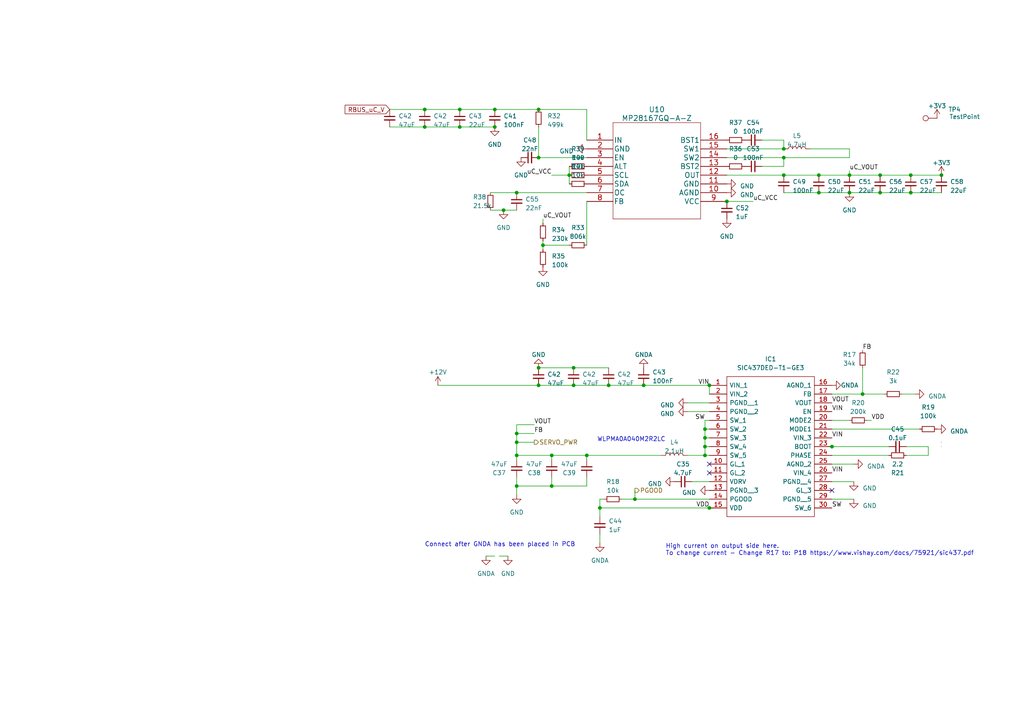
<source format=kicad_sch>
(kicad_sch (version 20230121) (generator eeschema)

  (uuid 046b87af-1675-443a-aba1-6962681a7317)

  (paper "A4")

  (lib_symbols
    (symbol "Connector:TestPoint" (pin_numbers hide) (pin_names (offset 0.762) hide) (in_bom yes) (on_board yes)
      (property "Reference" "TP" (at 0 6.858 0)
        (effects (font (size 1.27 1.27)))
      )
      (property "Value" "TestPoint" (at 0 5.08 0)
        (effects (font (size 1.27 1.27)))
      )
      (property "Footprint" "" (at 5.08 0 0)
        (effects (font (size 1.27 1.27)) hide)
      )
      (property "Datasheet" "~" (at 5.08 0 0)
        (effects (font (size 1.27 1.27)) hide)
      )
      (property "ki_keywords" "test point tp" (at 0 0 0)
        (effects (font (size 1.27 1.27)) hide)
      )
      (property "ki_description" "test point" (at 0 0 0)
        (effects (font (size 1.27 1.27)) hide)
      )
      (property "ki_fp_filters" "Pin* Test*" (at 0 0 0)
        (effects (font (size 1.27 1.27)) hide)
      )
      (symbol "TestPoint_0_1"
        (circle (center 0 3.302) (radius 0.762)
          (stroke (width 0) (type default))
          (fill (type none))
        )
      )
      (symbol "TestPoint_1_1"
        (pin passive line (at 0 0 90) (length 2.54)
          (name "1" (effects (font (size 1.27 1.27))))
          (number "1" (effects (font (size 1.27 1.27))))
        )
      )
    )
    (symbol "Device:C_Small" (pin_numbers hide) (pin_names (offset 0.254) hide) (in_bom yes) (on_board yes)
      (property "Reference" "C" (at 0.254 1.778 0)
        (effects (font (size 1.27 1.27)) (justify left))
      )
      (property "Value" "C_Small" (at 0.254 -2.032 0)
        (effects (font (size 1.27 1.27)) (justify left))
      )
      (property "Footprint" "" (at 0 0 0)
        (effects (font (size 1.27 1.27)) hide)
      )
      (property "Datasheet" "~" (at 0 0 0)
        (effects (font (size 1.27 1.27)) hide)
      )
      (property "ki_keywords" "capacitor cap" (at 0 0 0)
        (effects (font (size 1.27 1.27)) hide)
      )
      (property "ki_description" "Unpolarized capacitor, small symbol" (at 0 0 0)
        (effects (font (size 1.27 1.27)) hide)
      )
      (property "ki_fp_filters" "C_*" (at 0 0 0)
        (effects (font (size 1.27 1.27)) hide)
      )
      (symbol "C_Small_0_1"
        (polyline
          (pts
            (xy -1.524 -0.508)
            (xy 1.524 -0.508)
          )
          (stroke (width 0.3302) (type default))
          (fill (type none))
        )
        (polyline
          (pts
            (xy -1.524 0.508)
            (xy 1.524 0.508)
          )
          (stroke (width 0.3048) (type default))
          (fill (type none))
        )
      )
      (symbol "C_Small_1_1"
        (pin passive line (at 0 2.54 270) (length 2.032)
          (name "~" (effects (font (size 1.27 1.27))))
          (number "1" (effects (font (size 1.27 1.27))))
        )
        (pin passive line (at 0 -2.54 90) (length 2.032)
          (name "~" (effects (font (size 1.27 1.27))))
          (number "2" (effects (font (size 1.27 1.27))))
        )
      )
    )
    (symbol "Device:L" (pin_numbers hide) (pin_names (offset 1.016) hide) (in_bom yes) (on_board yes)
      (property "Reference" "L" (at -1.27 0 90)
        (effects (font (size 1.27 1.27)))
      )
      (property "Value" "L" (at 1.905 0 90)
        (effects (font (size 1.27 1.27)))
      )
      (property "Footprint" "" (at 0 0 0)
        (effects (font (size 1.27 1.27)) hide)
      )
      (property "Datasheet" "~" (at 0 0 0)
        (effects (font (size 1.27 1.27)) hide)
      )
      (property "ki_keywords" "inductor choke coil reactor magnetic" (at 0 0 0)
        (effects (font (size 1.27 1.27)) hide)
      )
      (property "ki_description" "Inductor" (at 0 0 0)
        (effects (font (size 1.27 1.27)) hide)
      )
      (property "ki_fp_filters" "Choke_* *Coil* Inductor_* L_*" (at 0 0 0)
        (effects (font (size 1.27 1.27)) hide)
      )
      (symbol "L_0_1"
        (arc (start 0 -2.54) (mid 0.6323 -1.905) (end 0 -1.27)
          (stroke (width 0) (type default))
          (fill (type none))
        )
        (arc (start 0 -1.27) (mid 0.6323 -0.635) (end 0 0)
          (stroke (width 0) (type default))
          (fill (type none))
        )
        (arc (start 0 0) (mid 0.6323 0.635) (end 0 1.27)
          (stroke (width 0) (type default))
          (fill (type none))
        )
        (arc (start 0 1.27) (mid 0.6323 1.905) (end 0 2.54)
          (stroke (width 0) (type default))
          (fill (type none))
        )
      )
      (symbol "L_1_1"
        (pin passive line (at 0 3.81 270) (length 1.27)
          (name "1" (effects (font (size 1.27 1.27))))
          (number "1" (effects (font (size 1.27 1.27))))
        )
        (pin passive line (at 0 -3.81 90) (length 1.27)
          (name "2" (effects (font (size 1.27 1.27))))
          (number "2" (effects (font (size 1.27 1.27))))
        )
      )
    )
    (symbol "Device:R_Small" (pin_numbers hide) (pin_names (offset 0.254) hide) (in_bom yes) (on_board yes)
      (property "Reference" "R" (at 0.762 0.508 0)
        (effects (font (size 1.27 1.27)) (justify left))
      )
      (property "Value" "R_Small" (at 0.762 -1.016 0)
        (effects (font (size 1.27 1.27)) (justify left))
      )
      (property "Footprint" "" (at 0 0 0)
        (effects (font (size 1.27 1.27)) hide)
      )
      (property "Datasheet" "~" (at 0 0 0)
        (effects (font (size 1.27 1.27)) hide)
      )
      (property "ki_keywords" "R resistor" (at 0 0 0)
        (effects (font (size 1.27 1.27)) hide)
      )
      (property "ki_description" "Resistor, small symbol" (at 0 0 0)
        (effects (font (size 1.27 1.27)) hide)
      )
      (property "ki_fp_filters" "R_*" (at 0 0 0)
        (effects (font (size 1.27 1.27)) hide)
      )
      (symbol "R_Small_0_1"
        (rectangle (start -0.762 1.778) (end 0.762 -1.778)
          (stroke (width 0.2032) (type default))
          (fill (type none))
        )
      )
      (symbol "R_Small_1_1"
        (pin passive line (at 0 2.54 270) (length 0.762)
          (name "~" (effects (font (size 1.27 1.27))))
          (number "1" (effects (font (size 1.27 1.27))))
        )
        (pin passive line (at 0 -2.54 90) (length 0.762)
          (name "~" (effects (font (size 1.27 1.27))))
          (number "2" (effects (font (size 1.27 1.27))))
        )
      )
    )
    (symbol "GNDA_1" (power) (pin_names (offset 0)) (in_bom yes) (on_board yes)
      (property "Reference" "#PWR" (at 0 -6.35 0)
        (effects (font (size 1.27 1.27)) hide)
      )
      (property "Value" "GNDA_1" (at 0 -3.81 0)
        (effects (font (size 1.27 1.27)))
      )
      (property "Footprint" "" (at 0 0 0)
        (effects (font (size 1.27 1.27)) hide)
      )
      (property "Datasheet" "" (at 0 0 0)
        (effects (font (size 1.27 1.27)) hide)
      )
      (property "ki_keywords" "global power" (at 0 0 0)
        (effects (font (size 1.27 1.27)) hide)
      )
      (property "ki_description" "Power symbol creates a global label with name \"GNDA\" , analog ground" (at 0 0 0)
        (effects (font (size 1.27 1.27)) hide)
      )
      (symbol "GNDA_1_0_1"
        (polyline
          (pts
            (xy 0 0)
            (xy 0 -1.27)
            (xy 1.27 -1.27)
            (xy 0 -2.54)
            (xy -1.27 -1.27)
            (xy 0 -1.27)
          )
          (stroke (width 0) (type default))
          (fill (type none))
        )
      )
      (symbol "GNDA_1_1_1"
        (pin power_in line (at 0 0 270) (length 0) hide
          (name "GNDA" (effects (font (size 1.27 1.27))))
          (number "1" (effects (font (size 1.27 1.27))))
        )
      )
    )
    (symbol "GND_1" (power) (pin_names (offset 0)) (in_bom yes) (on_board yes)
      (property "Reference" "#PWR" (at 0 -6.35 0)
        (effects (font (size 1.27 1.27)) hide)
      )
      (property "Value" "GND_1" (at 0 -3.81 0)
        (effects (font (size 1.27 1.27)))
      )
      (property "Footprint" "" (at 0 0 0)
        (effects (font (size 1.27 1.27)) hide)
      )
      (property "Datasheet" "" (at 0 0 0)
        (effects (font (size 1.27 1.27)) hide)
      )
      (property "ki_keywords" "global power" (at 0 0 0)
        (effects (font (size 1.27 1.27)) hide)
      )
      (property "ki_description" "Power symbol creates a global label with name \"GND\" , ground" (at 0 0 0)
        (effects (font (size 1.27 1.27)) hide)
      )
      (symbol "GND_1_0_1"
        (polyline
          (pts
            (xy 0 0)
            (xy 0 -1.27)
            (xy 1.27 -1.27)
            (xy 0 -2.54)
            (xy -1.27 -1.27)
            (xy 0 -1.27)
          )
          (stroke (width 0) (type default))
          (fill (type none))
        )
      )
      (symbol "GND_1_1_1"
        (pin power_in line (at 0 0 270) (length 0) hide
          (name "GND" (effects (font (size 1.27 1.27))))
          (number "1" (effects (font (size 1.27 1.27))))
        )
      )
    )
    (symbol "GND_2" (power) (pin_names (offset 0)) (in_bom yes) (on_board yes)
      (property "Reference" "#PWR" (at 0 -6.35 0)
        (effects (font (size 1.27 1.27)) hide)
      )
      (property "Value" "GND_2" (at 0 -3.81 0)
        (effects (font (size 1.27 1.27)))
      )
      (property "Footprint" "" (at 0 0 0)
        (effects (font (size 1.27 1.27)) hide)
      )
      (property "Datasheet" "" (at 0 0 0)
        (effects (font (size 1.27 1.27)) hide)
      )
      (property "ki_keywords" "global power" (at 0 0 0)
        (effects (font (size 1.27 1.27)) hide)
      )
      (property "ki_description" "Power symbol creates a global label with name \"GND\" , ground" (at 0 0 0)
        (effects (font (size 1.27 1.27)) hide)
      )
      (symbol "GND_2_0_1"
        (polyline
          (pts
            (xy 0 0)
            (xy 0 -1.27)
            (xy 1.27 -1.27)
            (xy 0 -2.54)
            (xy -1.27 -1.27)
            (xy 0 -1.27)
          )
          (stroke (width 0) (type default))
          (fill (type none))
        )
      )
      (symbol "GND_2_1_1"
        (pin power_in line (at 0 0 270) (length 0) hide
          (name "GND" (effects (font (size 1.27 1.27))))
          (number "1" (effects (font (size 1.27 1.27))))
        )
      )
    )
    (symbol "GND_3" (power) (pin_names (offset 0)) (in_bom yes) (on_board yes)
      (property "Reference" "#PWR" (at 0 -6.35 0)
        (effects (font (size 1.27 1.27)) hide)
      )
      (property "Value" "GND_3" (at 0 -3.81 0)
        (effects (font (size 1.27 1.27)))
      )
      (property "Footprint" "" (at 0 0 0)
        (effects (font (size 1.27 1.27)) hide)
      )
      (property "Datasheet" "" (at 0 0 0)
        (effects (font (size 1.27 1.27)) hide)
      )
      (property "ki_keywords" "global power" (at 0 0 0)
        (effects (font (size 1.27 1.27)) hide)
      )
      (property "ki_description" "Power symbol creates a global label with name \"GND\" , ground" (at 0 0 0)
        (effects (font (size 1.27 1.27)) hide)
      )
      (symbol "GND_3_0_1"
        (polyline
          (pts
            (xy 0 0)
            (xy 0 -1.27)
            (xy 1.27 -1.27)
            (xy 0 -2.54)
            (xy -1.27 -1.27)
            (xy 0 -1.27)
          )
          (stroke (width 0) (type default))
          (fill (type none))
        )
      )
      (symbol "GND_3_1_1"
        (pin power_in line (at 0 0 270) (length 0) hide
          (name "GND" (effects (font (size 1.27 1.27))))
          (number "1" (effects (font (size 1.27 1.27))))
        )
      )
    )
    (symbol "SIC437DED-T1-GE3:SIC437DED-T1-GE3" (pin_names (offset 0.762)) (in_bom yes) (on_board yes)
      (property "Reference" "IC" (at 31.75 7.62 0)
        (effects (font (size 1.27 1.27)) (justify left))
      )
      (property "Value" "SIC437DED-T1-GE3" (at 31.75 5.08 0)
        (effects (font (size 1.27 1.27)) (justify left))
      )
      (property "Footprint" "SIC437DEDT1GE3" (at 31.75 2.54 0)
        (effects (font (size 1.27 1.27)) (justify left) hide)
      )
      (property "Datasheet" "https://www.vishay.com/docs/75921/sic437.pdf" (at 31.75 0 0)
        (effects (font (size 1.27 1.27)) (justify left) hide)
      )
      (property "Description" "Switching Voltage Regulators 12A; Ext; Pwr Saving PowerPAK MLP44-24L" (at 31.75 -2.54 0)
        (effects (font (size 1.27 1.27)) (justify left) hide)
      )
      (property "Height" "0.8" (at 31.75 -5.08 0)
        (effects (font (size 1.27 1.27)) (justify left) hide)
      )
      (property "Manufacturer_Name" "Vishay" (at 31.75 -7.62 0)
        (effects (font (size 1.27 1.27)) (justify left) hide)
      )
      (property "Manufacturer_Part_Number" "SIC437DED-T1-GE3" (at 31.75 -10.16 0)
        (effects (font (size 1.27 1.27)) (justify left) hide)
      )
      (property "Mouser Part Number" "78-SIC437DED-T1-GE3" (at 31.75 -12.7 0)
        (effects (font (size 1.27 1.27)) (justify left) hide)
      )
      (property "Mouser Price/Stock" "https://www.mouser.co.uk/ProductDetail/Vishay-Siliconix/SIC437DED-T1-GE3?qs=F5EMLAvA7IBPwzCIb2YJug%3D%3D" (at 31.75 -15.24 0)
        (effects (font (size 1.27 1.27)) (justify left) hide)
      )
      (property "Arrow Part Number" "SIC437DED-T1-GE3" (at 31.75 -17.78 0)
        (effects (font (size 1.27 1.27)) (justify left) hide)
      )
      (property "Arrow Price/Stock" "https://www.arrow.com/en/products/sic437ded-t1-ge3/vishay" (at 31.75 -20.32 0)
        (effects (font (size 1.27 1.27)) (justify left) hide)
      )
      (property "Mouser Testing Part Number" "" (at 31.75 -22.86 0)
        (effects (font (size 1.27 1.27)) (justify left) hide)
      )
      (property "Mouser Testing Price/Stock" "" (at 31.75 -25.4 0)
        (effects (font (size 1.27 1.27)) (justify left) hide)
      )
      (property "ki_description" "Switching Voltage Regulators 12A; Ext; Pwr Saving PowerPAK MLP44-24L" (at 0 0 0)
        (effects (font (size 1.27 1.27)) hide)
      )
      (symbol "SIC437DED-T1-GE3_0_0"
        (pin passive line (at 0 0 0) (length 5.08)
          (name "VIN_1" (effects (font (size 1.27 1.27))))
          (number "1" (effects (font (size 1.27 1.27))))
        )
        (pin passive line (at 0 -22.86 0) (length 5.08)
          (name "GL_1" (effects (font (size 1.27 1.27))))
          (number "10" (effects (font (size 1.27 1.27))))
        )
        (pin passive line (at 0 -25.4 0) (length 5.08)
          (name "GL_2" (effects (font (size 1.27 1.27))))
          (number "11" (effects (font (size 1.27 1.27))))
        )
        (pin passive line (at 0 -27.94 0) (length 5.08)
          (name "VDRV" (effects (font (size 1.27 1.27))))
          (number "12" (effects (font (size 1.27 1.27))))
        )
        (pin passive line (at 0 -30.48 0) (length 5.08)
          (name "PGND__3" (effects (font (size 1.27 1.27))))
          (number "13" (effects (font (size 1.27 1.27))))
        )
        (pin passive line (at 0 -33.02 0) (length 5.08)
          (name "PGOOD" (effects (font (size 1.27 1.27))))
          (number "14" (effects (font (size 1.27 1.27))))
        )
        (pin passive line (at 0 -35.56 0) (length 5.08)
          (name "VDD" (effects (font (size 1.27 1.27))))
          (number "15" (effects (font (size 1.27 1.27))))
        )
        (pin passive line (at 35.56 0 180) (length 5.08)
          (name "AGND_1" (effects (font (size 1.27 1.27))))
          (number "16" (effects (font (size 1.27 1.27))))
        )
        (pin passive line (at 35.56 -2.54 180) (length 5.08)
          (name "FB" (effects (font (size 1.27 1.27))))
          (number "17" (effects (font (size 1.27 1.27))))
        )
        (pin passive line (at 35.56 -5.08 180) (length 5.08)
          (name "VOUT" (effects (font (size 1.27 1.27))))
          (number "18" (effects (font (size 1.27 1.27))))
        )
        (pin passive line (at 35.56 -7.62 180) (length 5.08)
          (name "EN" (effects (font (size 1.27 1.27))))
          (number "19" (effects (font (size 1.27 1.27))))
        )
        (pin passive line (at 0 -2.54 0) (length 5.08)
          (name "VIN_2" (effects (font (size 1.27 1.27))))
          (number "2" (effects (font (size 1.27 1.27))))
        )
        (pin passive line (at 35.56 -10.16 180) (length 5.08)
          (name "MODE2" (effects (font (size 1.27 1.27))))
          (number "20" (effects (font (size 1.27 1.27))))
        )
        (pin passive line (at 35.56 -12.7 180) (length 5.08)
          (name "MODE1" (effects (font (size 1.27 1.27))))
          (number "21" (effects (font (size 1.27 1.27))))
        )
        (pin passive line (at 35.56 -15.24 180) (length 5.08)
          (name "VIN_3" (effects (font (size 1.27 1.27))))
          (number "22" (effects (font (size 1.27 1.27))))
        )
        (pin passive line (at 35.56 -17.78 180) (length 5.08)
          (name "BOOT" (effects (font (size 1.27 1.27))))
          (number "23" (effects (font (size 1.27 1.27))))
        )
        (pin passive line (at 35.56 -20.32 180) (length 5.08)
          (name "PHASE" (effects (font (size 1.27 1.27))))
          (number "24" (effects (font (size 1.27 1.27))))
        )
        (pin passive line (at 35.56 -22.86 180) (length 5.08)
          (name "AGND_2" (effects (font (size 1.27 1.27))))
          (number "25" (effects (font (size 1.27 1.27))))
        )
        (pin passive line (at 35.56 -25.4 180) (length 5.08)
          (name "VIN_4" (effects (font (size 1.27 1.27))))
          (number "26" (effects (font (size 1.27 1.27))))
        )
        (pin passive line (at 35.56 -27.94 180) (length 5.08)
          (name "PGND__4" (effects (font (size 1.27 1.27))))
          (number "27" (effects (font (size 1.27 1.27))))
        )
        (pin passive line (at 35.56 -30.48 180) (length 5.08)
          (name "GL_3" (effects (font (size 1.27 1.27))))
          (number "28" (effects (font (size 1.27 1.27))))
        )
        (pin passive line (at 35.56 -33.02 180) (length 5.08)
          (name "PGND__5" (effects (font (size 1.27 1.27))))
          (number "29" (effects (font (size 1.27 1.27))))
        )
        (pin passive line (at 0 -5.08 0) (length 5.08)
          (name "PGND__1" (effects (font (size 1.27 1.27))))
          (number "3" (effects (font (size 1.27 1.27))))
        )
        (pin passive line (at 35.56 -35.56 180) (length 5.08)
          (name "SW_6" (effects (font (size 1.27 1.27))))
          (number "30" (effects (font (size 1.27 1.27))))
        )
        (pin passive line (at 0 -7.62 0) (length 5.08)
          (name "PGND__2" (effects (font (size 1.27 1.27))))
          (number "4" (effects (font (size 1.27 1.27))))
        )
        (pin passive line (at 0 -10.16 0) (length 5.08)
          (name "SW_1" (effects (font (size 1.27 1.27))))
          (number "5" (effects (font (size 1.27 1.27))))
        )
        (pin passive line (at 0 -12.7 0) (length 5.08)
          (name "SW_2" (effects (font (size 1.27 1.27))))
          (number "6" (effects (font (size 1.27 1.27))))
        )
        (pin passive line (at 0 -15.24 0) (length 5.08)
          (name "SW_3" (effects (font (size 1.27 1.27))))
          (number "7" (effects (font (size 1.27 1.27))))
        )
        (pin passive line (at 0 -17.78 0) (length 5.08)
          (name "SW_4" (effects (font (size 1.27 1.27))))
          (number "8" (effects (font (size 1.27 1.27))))
        )
        (pin passive line (at 0 -20.32 0) (length 5.08)
          (name "SW_5" (effects (font (size 1.27 1.27))))
          (number "9" (effects (font (size 1.27 1.27))))
        )
      )
      (symbol "SIC437DED-T1-GE3_0_1"
        (polyline
          (pts
            (xy 5.08 2.54)
            (xy 30.48 2.54)
            (xy 30.48 -38.1)
            (xy 5.08 -38.1)
            (xy 5.08 2.54)
          )
          (stroke (width 0.1524) (type default))
          (fill (type none))
        )
      )
    )
    (symbol "iclr:MP28167GQ-A-Z" (pin_names (offset 0.254)) (in_bom yes) (on_board yes)
      (property "Reference" "U" (at 20.32 10.16 0)
        (effects (font (size 1.524 1.524)))
      )
      (property "Value" "MP28167GQ-A-Z" (at 20.32 7.62 0)
        (effects (font (size 1.524 1.524)))
      )
      (property "Footprint" "QFN-16_MP28167_MNP" (at 20.32 6.096 0)
        (effects (font (size 1.524 1.524)) hide)
      )
      (property "Datasheet" "" (at 0 0 0)
        (effects (font (size 1.524 1.524)))
      )
      (property "ki_locked" "" (at 0 0 0)
        (effects (font (size 1.27 1.27)))
      )
      (property "ki_fp_filters" "QFN-16_MP28167_MNP" (at 0 0 0)
        (effects (font (size 1.27 1.27)) hide)
      )
      (symbol "MP28167GQ-A-Z_1_1"
        (polyline
          (pts
            (xy 7.62 -22.86)
            (xy 33.02 -22.86)
          )
          (stroke (width 0.127) (type solid))
          (fill (type none))
        )
        (polyline
          (pts
            (xy 7.62 5.08)
            (xy 7.62 -22.86)
          )
          (stroke (width 0.127) (type solid))
          (fill (type none))
        )
        (polyline
          (pts
            (xy 33.02 -22.86)
            (xy 33.02 5.08)
          )
          (stroke (width 0.127) (type solid))
          (fill (type none))
        )
        (polyline
          (pts
            (xy 33.02 5.08)
            (xy 7.62 5.08)
          )
          (stroke (width 0.127) (type solid))
          (fill (type none))
        )
        (pin power_in line (at 0 0 0) (length 7.62)
          (name "IN" (effects (font (size 1.4986 1.4986))))
          (number "1" (effects (font (size 1.4986 1.4986))))
        )
        (pin power_in line (at 40.64 -15.24 180) (length 7.62)
          (name "AGND" (effects (font (size 1.4986 1.4986))))
          (number "10" (effects (font (size 1.4986 1.4986))))
        )
        (pin power_in line (at 40.64 -12.7 180) (length 7.62)
          (name "GND" (effects (font (size 1.4986 1.4986))))
          (number "11" (effects (font (size 1.4986 1.4986))))
        )
        (pin power_in line (at 40.64 -10.16 180) (length 7.62)
          (name "OUT" (effects (font (size 1.4986 1.4986))))
          (number "12" (effects (font (size 1.4986 1.4986))))
        )
        (pin power_in line (at 40.64 -7.62 180) (length 7.62)
          (name "BST2" (effects (font (size 1.4986 1.4986))))
          (number "13" (effects (font (size 1.4986 1.4986))))
        )
        (pin unspecified line (at 40.64 -5.08 180) (length 7.62)
          (name "SW2" (effects (font (size 1.4986 1.4986))))
          (number "14" (effects (font (size 1.4986 1.4986))))
        )
        (pin unspecified line (at 40.64 -2.54 180) (length 7.62)
          (name "SW1" (effects (font (size 1.4986 1.4986))))
          (number "15" (effects (font (size 1.4986 1.4986))))
        )
        (pin power_in line (at 40.64 0 180) (length 7.62)
          (name "BST1" (effects (font (size 1.4986 1.4986))))
          (number "16" (effects (font (size 1.4986 1.4986))))
        )
        (pin power_in line (at 0 -2.54 0) (length 7.62)
          (name "GND" (effects (font (size 1.4986 1.4986))))
          (number "2" (effects (font (size 1.4986 1.4986))))
        )
        (pin unspecified line (at 0 -5.08 0) (length 7.62)
          (name "EN" (effects (font (size 1.4986 1.4986))))
          (number "3" (effects (font (size 1.4986 1.4986))))
        )
        (pin output line (at 0 -7.62 0) (length 7.62)
          (name "ALT" (effects (font (size 1.4986 1.4986))))
          (number "4" (effects (font (size 1.4986 1.4986))))
        )
        (pin unspecified line (at 0 -10.16 0) (length 7.62)
          (name "SCL" (effects (font (size 1.4986 1.4986))))
          (number "5" (effects (font (size 1.4986 1.4986))))
        )
        (pin unspecified line (at 0 -12.7 0) (length 7.62)
          (name "SDA" (effects (font (size 1.4986 1.4986))))
          (number "6" (effects (font (size 1.4986 1.4986))))
        )
        (pin unspecified line (at 0 -15.24 0) (length 7.62)
          (name "OC" (effects (font (size 1.4986 1.4986))))
          (number "7" (effects (font (size 1.4986 1.4986))))
        )
        (pin unspecified line (at 0 -17.78 0) (length 7.62)
          (name "FB" (effects (font (size 1.4986 1.4986))))
          (number "8" (effects (font (size 1.4986 1.4986))))
        )
        (pin power_in line (at 40.64 -17.78 180) (length 7.62)
          (name "VCC" (effects (font (size 1.4986 1.4986))))
          (number "9" (effects (font (size 1.4986 1.4986))))
        )
      )
    )
    (symbol "power:+12V" (power) (pin_names (offset 0)) (in_bom yes) (on_board yes)
      (property "Reference" "#PWR" (at 0 -3.81 0)
        (effects (font (size 1.27 1.27)) hide)
      )
      (property "Value" "+12V" (at 0 3.556 0)
        (effects (font (size 1.27 1.27)))
      )
      (property "Footprint" "" (at 0 0 0)
        (effects (font (size 1.27 1.27)) hide)
      )
      (property "Datasheet" "" (at 0 0 0)
        (effects (font (size 1.27 1.27)) hide)
      )
      (property "ki_keywords" "global power" (at 0 0 0)
        (effects (font (size 1.27 1.27)) hide)
      )
      (property "ki_description" "Power symbol creates a global label with name \"+12V\"" (at 0 0 0)
        (effects (font (size 1.27 1.27)) hide)
      )
      (symbol "+12V_0_1"
        (polyline
          (pts
            (xy -0.762 1.27)
            (xy 0 2.54)
          )
          (stroke (width 0) (type default))
          (fill (type none))
        )
        (polyline
          (pts
            (xy 0 0)
            (xy 0 2.54)
          )
          (stroke (width 0) (type default))
          (fill (type none))
        )
        (polyline
          (pts
            (xy 0 2.54)
            (xy 0.762 1.27)
          )
          (stroke (width 0) (type default))
          (fill (type none))
        )
      )
      (symbol "+12V_1_1"
        (pin power_in line (at 0 0 90) (length 0) hide
          (name "+12V" (effects (font (size 1.27 1.27))))
          (number "1" (effects (font (size 1.27 1.27))))
        )
      )
    )
    (symbol "power:+3.3V" (power) (pin_names (offset 0)) (in_bom yes) (on_board yes)
      (property "Reference" "#PWR" (at 0 -3.81 0)
        (effects (font (size 1.27 1.27)) hide)
      )
      (property "Value" "+3.3V" (at 0 3.556 0)
        (effects (font (size 1.27 1.27)))
      )
      (property "Footprint" "" (at 0 0 0)
        (effects (font (size 1.27 1.27)) hide)
      )
      (property "Datasheet" "" (at 0 0 0)
        (effects (font (size 1.27 1.27)) hide)
      )
      (property "ki_keywords" "power-flag" (at 0 0 0)
        (effects (font (size 1.27 1.27)) hide)
      )
      (property "ki_description" "Power symbol creates a global label with name \"+3.3V\"" (at 0 0 0)
        (effects (font (size 1.27 1.27)) hide)
      )
      (symbol "+3.3V_0_1"
        (polyline
          (pts
            (xy -0.762 1.27)
            (xy 0 2.54)
          )
          (stroke (width 0) (type default))
          (fill (type none))
        )
        (polyline
          (pts
            (xy 0 0)
            (xy 0 2.54)
          )
          (stroke (width 0) (type default))
          (fill (type none))
        )
        (polyline
          (pts
            (xy 0 2.54)
            (xy 0.762 1.27)
          )
          (stroke (width 0) (type default))
          (fill (type none))
        )
      )
      (symbol "+3.3V_1_1"
        (pin power_in line (at 0 0 90) (length 0) hide
          (name "+3V3" (effects (font (size 1.27 1.27))))
          (number "1" (effects (font (size 1.27 1.27))))
        )
      )
    )
    (symbol "power:GND" (power) (pin_names (offset 0)) (in_bom yes) (on_board yes)
      (property "Reference" "#PWR" (at 0 -6.35 0)
        (effects (font (size 1.27 1.27)) hide)
      )
      (property "Value" "GND" (at 0 -3.81 0)
        (effects (font (size 1.27 1.27)))
      )
      (property "Footprint" "" (at 0 0 0)
        (effects (font (size 1.27 1.27)) hide)
      )
      (property "Datasheet" "" (at 0 0 0)
        (effects (font (size 1.27 1.27)) hide)
      )
      (property "ki_keywords" "power-flag" (at 0 0 0)
        (effects (font (size 1.27 1.27)) hide)
      )
      (property "ki_description" "Power symbol creates a global label with name \"GND\" , ground" (at 0 0 0)
        (effects (font (size 1.27 1.27)) hide)
      )
      (symbol "GND_0_1"
        (polyline
          (pts
            (xy 0 0)
            (xy 0 -1.27)
            (xy 1.27 -1.27)
            (xy 0 -2.54)
            (xy -1.27 -1.27)
            (xy 0 -1.27)
          )
          (stroke (width 0) (type default))
          (fill (type none))
        )
      )
      (symbol "GND_1_1"
        (pin power_in line (at 0 0 270) (length 0) hide
          (name "GND" (effects (font (size 1.27 1.27))))
          (number "1" (effects (font (size 1.27 1.27))))
        )
      )
    )
    (symbol "power:GNDA" (power) (pin_names (offset 0)) (in_bom yes) (on_board yes)
      (property "Reference" "#PWR" (at 0 -6.35 0)
        (effects (font (size 1.27 1.27)) hide)
      )
      (property "Value" "GNDA" (at 0 -3.81 0)
        (effects (font (size 1.27 1.27)))
      )
      (property "Footprint" "" (at 0 0 0)
        (effects (font (size 1.27 1.27)) hide)
      )
      (property "Datasheet" "" (at 0 0 0)
        (effects (font (size 1.27 1.27)) hide)
      )
      (property "ki_keywords" "power-flag" (at 0 0 0)
        (effects (font (size 1.27 1.27)) hide)
      )
      (property "ki_description" "Power symbol creates a global label with name \"GNDA\" , analog ground" (at 0 0 0)
        (effects (font (size 1.27 1.27)) hide)
      )
      (symbol "GNDA_0_1"
        (polyline
          (pts
            (xy 0 0)
            (xy 0 -1.27)
            (xy 1.27 -1.27)
            (xy 0 -2.54)
            (xy -1.27 -1.27)
            (xy 0 -1.27)
          )
          (stroke (width 0) (type default))
          (fill (type none))
        )
      )
      (symbol "GNDA_1_1"
        (pin power_in line (at 0 0 270) (length 0) hide
          (name "GNDA" (effects (font (size 1.27 1.27))))
          (number "1" (effects (font (size 1.27 1.27))))
        )
      )
    )
  )

  (junction (at 227.33 50.8) (diameter 0) (color 0 0 0 0)
    (uuid 04c62095-7bf2-4272-9f43-a50046811798)
  )
  (junction (at 246.38 50.8) (diameter 0) (color 0 0 0 0)
    (uuid 0e9bbf75-8abc-4384-96ca-b548933e51d4)
  )
  (junction (at 149.86 132.08) (diameter 0) (color 0 0 0 0)
    (uuid 0f639a62-be2f-4b53-a117-8d28e9550647)
  )
  (junction (at 157.48 71.12) (diameter 0) (color 0 0 0 0)
    (uuid 21f44cd8-2c75-4cc7-bc35-10135d1c2a9b)
  )
  (junction (at 241.3 129.54) (diameter 0) (color 0 0 0 0)
    (uuid 24c8505c-fbcf-4ab0-a190-92c6822d2bc1)
  )
  (junction (at 264.16 50.8) (diameter 0) (color 0 0 0 0)
    (uuid 2aa5d458-2c94-4d4f-b43f-1c04b73435ff)
  )
  (junction (at 149.86 55.88) (diameter 0) (color 0 0 0 0)
    (uuid 2e8c7b0d-9b52-4e7f-b923-28cc90aab4bd)
  )
  (junction (at 143.51 31.75) (diameter 0) (color 0 0 0 0)
    (uuid 31575991-33b2-406d-aebc-2638bc164882)
  )
  (junction (at 237.49 55.88) (diameter 0) (color 0 0 0 0)
    (uuid 37131f79-73ad-44c2-bbbf-60eac18039f8)
  )
  (junction (at 160.02 132.08) (diameter 0) (color 0 0 0 0)
    (uuid 383f07ac-c60f-47a9-bd04-dba6b1b023b6)
  )
  (junction (at 246.38 55.88) (diameter 0) (color 0 0 0 0)
    (uuid 3ce5059d-0801-4f0a-a67e-9a33be125041)
  )
  (junction (at 264.16 55.88) (diameter 0) (color 0 0 0 0)
    (uuid 3e864162-9207-4fd7-84fe-f7cae76956f5)
  )
  (junction (at 204.47 124.46) (diameter 0) (color 0 0 0 0)
    (uuid 429d8cd7-3f59-4af1-9d02-ac14bb161cf2)
  )
  (junction (at 165.1 50.8) (diameter 0) (color 0 0 0 0)
    (uuid 52b22ba3-8a0c-4ccd-a4d8-bb9f1315a57b)
  )
  (junction (at 156.21 111.76) (diameter 0) (color 0 0 0 0)
    (uuid 5457c737-e310-46bf-b54b-83a9cd0e004a)
  )
  (junction (at 204.47 129.54) (diameter 0) (color 0 0 0 0)
    (uuid 5620128b-f1b0-4fce-a6a2-a3506723dbf6)
  )
  (junction (at 250.19 114.3) (diameter 0) (color 0 0 0 0)
    (uuid 5a8148c2-763d-419a-945f-c40ef03c1ff8)
  )
  (junction (at 166.37 111.76) (diameter 0) (color 0 0 0 0)
    (uuid 5a89f771-be87-46b0-a73e-87ed193d4419)
  )
  (junction (at 156.21 106.68) (diameter 0) (color 0 0 0 0)
    (uuid 60ac98a3-0531-4a4a-84a0-79e1887adb21)
  )
  (junction (at 227.33 45.72) (diameter 0) (color 0 0 0 0)
    (uuid 633dd587-1a00-41da-9ac4-3215ba35a3b1)
  )
  (junction (at 205.74 147.32) (diameter 0) (color 0 0 0 0)
    (uuid 7a222d55-8f1d-4719-8285-2082dbb942a6)
  )
  (junction (at 149.86 128.27) (diameter 0) (color 0 0 0 0)
    (uuid 86f9665c-2894-4cf9-aac3-f6fb1ec2992e)
  )
  (junction (at 255.27 55.88) (diameter 0) (color 0 0 0 0)
    (uuid 8e75cd88-9b1b-41f1-82c2-7915f60bbb63)
  )
  (junction (at 133.35 36.83) (diameter 0) (color 0 0 0 0)
    (uuid 916af5cc-9c79-48a8-9792-92c139c30e55)
  )
  (junction (at 160.02 140.97) (diameter 0) (color 0 0 0 0)
    (uuid 94d4c116-122d-44d1-8352-db9b72cdfeb2)
  )
  (junction (at 184.15 144.78) (diameter 0) (color 0 0 0 0)
    (uuid 959a5735-ed6c-498d-83f2-207a8796463b)
  )
  (junction (at 176.53 111.76) (diameter 0) (color 0 0 0 0)
    (uuid 9a12a415-1110-4bd3-8283-b01e01177a99)
  )
  (junction (at 273.05 50.8) (diameter 0) (color 0 0 0 0)
    (uuid 9a8e50e5-f6cb-45b8-b692-08d5b1b7fe2c)
  )
  (junction (at 205.74 111.76) (diameter 0) (color 0 0 0 0)
    (uuid 9a92d5de-0a78-445a-8d44-7898d50b4142)
  )
  (junction (at 186.69 111.76) (diameter 0) (color 0 0 0 0)
    (uuid 9e285c03-ad0e-409f-8829-805a8b3b938c)
  )
  (junction (at 123.19 31.75) (diameter 0) (color 0 0 0 0)
    (uuid a8888104-047c-4d54-ae67-3175c0fc7953)
  )
  (junction (at 149.86 125.73) (diameter 0) (color 0 0 0 0)
    (uuid ac11dabc-8573-4250-a990-38fdef85c62f)
  )
  (junction (at 146.05 60.96) (diameter 0) (color 0 0 0 0)
    (uuid b1511fa9-f036-499e-a180-b552620c565f)
  )
  (junction (at 237.49 50.8) (diameter 0) (color 0 0 0 0)
    (uuid b27b4355-9720-47fe-bd3b-a7cef7d9b8ae)
  )
  (junction (at 210.82 58.42) (diameter 0) (color 0 0 0 0)
    (uuid b41ad83e-5710-4727-ba7e-dda144f24aee)
  )
  (junction (at 227.33 43.18) (diameter 0) (color 0 0 0 0)
    (uuid b49dcfec-d3aa-4369-a55f-d95bd4a6c081)
  )
  (junction (at 166.37 106.68) (diameter 0) (color 0 0 0 0)
    (uuid b4e60401-ba50-4608-aa53-7ecb531bcbb5)
  )
  (junction (at 204.47 127) (diameter 0) (color 0 0 0 0)
    (uuid b5637f9c-b4b7-466b-badb-57f4b49f2bfc)
  )
  (junction (at 204.47 132.08) (diameter 0) (color 0 0 0 0)
    (uuid bcf8a156-262d-4a2f-b1f2-c97a862794a7)
  )
  (junction (at 255.27 50.8) (diameter 0) (color 0 0 0 0)
    (uuid bd29a9e3-733b-4cc9-8d59-8bbcebe31d44)
  )
  (junction (at 170.18 132.08) (diameter 0) (color 0 0 0 0)
    (uuid cfa148b2-06cf-4426-9a88-ee9124f20058)
  )
  (junction (at 143.51 36.83) (diameter 0) (color 0 0 0 0)
    (uuid e18557eb-4c4a-45ba-aaef-46de33784013)
  )
  (junction (at 149.86 140.97) (diameter 0) (color 0 0 0 0)
    (uuid ec8c41a1-9e01-4558-b9d4-4aae621f2903)
  )
  (junction (at 133.35 31.75) (diameter 0) (color 0 0 0 0)
    (uuid f037d8ff-4b26-40e5-9253-4343eafd62ed)
  )
  (junction (at 173.99 147.32) (diameter 0) (color 0 0 0 0)
    (uuid f456e0ff-c8c6-4636-a6b1-5fd29cb1728f)
  )
  (junction (at 123.19 36.83) (diameter 0) (color 0 0 0 0)
    (uuid ff357203-5a7c-4da0-98b7-54b3cb045191)
  )
  (junction (at 156.21 31.75) (diameter 0) (color 0 0 0 0)
    (uuid ff3b9974-fd8b-4bb4-aee1-0cd5d51f9bf1)
  )
  (junction (at 156.21 45.72) (diameter 0) (color 0 0 0 0)
    (uuid ffc1e1b1-116b-4698-b623-79dd37362796)
  )

  (no_connect (at 241.3 142.24) (uuid 74886953-01b9-496a-abe8-aa366b66681e))
  (no_connect (at 205.74 137.16) (uuid b1783c60-1d1a-4c3a-a289-ba106ad1a16a))
  (no_connect (at 205.74 134.62) (uuid f9928089-10cc-4ea8-9907-4edac6332648))

  (wire (pts (xy 241.3 124.46) (xy 266.7 124.46))
    (stroke (width 0) (type default))
    (uuid 0010782d-ceb6-4d1c-b8fa-7beba3722481)
  )
  (wire (pts (xy 149.86 140.97) (xy 149.86 138.43))
    (stroke (width 0) (type default))
    (uuid 00d58b32-43e6-469e-83ab-3cd46cb6a004)
  )
  (wire (pts (xy 199.39 132.08) (xy 204.47 132.08))
    (stroke (width 0) (type default))
    (uuid 03bcb579-f4b6-4d6b-94bf-d1be4ba0eea1)
  )
  (wire (pts (xy 149.86 143.51) (xy 149.86 140.97))
    (stroke (width 0) (type default))
    (uuid 078046d8-46de-43c5-acba-56be19c10d9e)
  )
  (wire (pts (xy 123.19 31.75) (xy 133.35 31.75))
    (stroke (width 0) (type default))
    (uuid 0814dbe6-6450-44f1-b2c9-b4415e7a7155)
  )
  (wire (pts (xy 133.35 36.83) (xy 143.51 36.83))
    (stroke (width 0) (type default))
    (uuid 0d7d2cb5-0a5f-4366-98bb-5bd2019dbfb1)
  )
  (wire (pts (xy 204.47 127) (xy 205.74 127))
    (stroke (width 0) (type default))
    (uuid 0dc58469-e5f2-46eb-a0d5-ce11479e6d4e)
  )
  (wire (pts (xy 140.97 161.29) (xy 143.51 161.29))
    (stroke (width 0) (type default))
    (uuid 0e9a913c-30a1-492b-b9b6-caf6c5eee980)
  )
  (wire (pts (xy 204.47 129.54) (xy 204.47 132.08))
    (stroke (width 0) (type default))
    (uuid 0f16f416-326f-49cb-8623-4fd4d23e503f)
  )
  (wire (pts (xy 156.21 31.75) (xy 170.18 31.75))
    (stroke (width 0) (type default))
    (uuid 0fe0fbc1-592c-450a-8e13-2240cd9541b8)
  )
  (wire (pts (xy 204.47 121.92) (xy 205.74 121.92))
    (stroke (width 0) (type default))
    (uuid 13dfc320-b285-47c6-93a8-38270b12492b)
  )
  (wire (pts (xy 160.02 140.97) (xy 160.02 138.43))
    (stroke (width 0) (type default))
    (uuid 157899d5-d2bc-4878-98cd-562a02ab560a)
  )
  (wire (pts (xy 170.18 133.35) (xy 170.18 132.08))
    (stroke (width 0) (type default))
    (uuid 17be2920-4bd5-4d65-9f9b-f93be762dbda)
  )
  (wire (pts (xy 237.49 50.8) (xy 246.38 50.8))
    (stroke (width 0) (type default))
    (uuid 19708bcc-053e-4c2b-9d12-219a374cdc26)
  )
  (wire (pts (xy 218.44 58.42) (xy 210.82 58.42))
    (stroke (width 0) (type default))
    (uuid 1d31fcb6-abda-493e-a860-61245e3031fb)
  )
  (wire (pts (xy 180.34 144.78) (xy 184.15 144.78))
    (stroke (width 0) (type default))
    (uuid 1f0064e8-df2b-4263-8548-a4452f4a1031)
  )
  (wire (pts (xy 156.21 45.72) (xy 170.18 45.72))
    (stroke (width 0) (type default))
    (uuid 1fd690bc-6464-40c1-86f3-c4ed7909ce0f)
  )
  (wire (pts (xy 269.24 129.54) (xy 262.89 129.54))
    (stroke (width 0) (type default))
    (uuid 2006d4a5-74dc-4189-af65-b492d20adf51)
  )
  (wire (pts (xy 269.24 132.08) (xy 262.89 132.08))
    (stroke (width 0) (type default))
    (uuid 2090e414-569d-491c-8edd-1f1bc011ccd6)
  )
  (wire (pts (xy 199.39 119.38) (xy 205.74 119.38))
    (stroke (width 0) (type default))
    (uuid 20d9c4c7-cf83-4f53-bf2a-f4ad7d613c0e)
  )
  (wire (pts (xy 252.73 121.92) (xy 251.46 121.92))
    (stroke (width 0) (type default))
    (uuid 231fa945-13b9-4c34-94c8-adb25f023f8f)
  )
  (wire (pts (xy 246.38 55.88) (xy 255.27 55.88))
    (stroke (width 0) (type default))
    (uuid 242ca922-4e7d-47fd-b298-41e121d04037)
  )
  (wire (pts (xy 156.21 111.76) (xy 156.21 110.49))
    (stroke (width 0) (type default))
    (uuid 26050bc2-9b12-4a98-81ff-5ea1623d50c7)
  )
  (wire (pts (xy 165.1 50.8) (xy 165.1 53.34))
    (stroke (width 0) (type default))
    (uuid 2ac820a6-1ab0-4cd3-b6d1-cc787d745726)
  )
  (wire (pts (xy 157.48 71.12) (xy 165.1 71.12))
    (stroke (width 0) (type default))
    (uuid 2d9b8c28-9260-41b3-88e4-c7c5feb81b35)
  )
  (wire (pts (xy 186.69 111.76) (xy 186.69 110.49))
    (stroke (width 0) (type default))
    (uuid 3074a111-0097-4fdb-a8bb-d79d2b6c638f)
  )
  (wire (pts (xy 227.33 40.64) (xy 227.33 43.18))
    (stroke (width 0) (type default))
    (uuid 31256e44-21f1-4dbf-b84d-5cb2dcbed678)
  )
  (wire (pts (xy 156.21 36.83) (xy 156.21 45.72))
    (stroke (width 0) (type default))
    (uuid 3377881e-cd38-402b-8281-1095f878d8bf)
  )
  (wire (pts (xy 184.15 144.78) (xy 205.74 144.78))
    (stroke (width 0) (type default))
    (uuid 35fec83d-9d9b-4053-8745-d990df5e4863)
  )
  (wire (pts (xy 170.18 55.88) (xy 149.86 55.88))
    (stroke (width 0) (type default))
    (uuid 39f65157-81da-4a26-8b6d-e88ed50f901a)
  )
  (wire (pts (xy 149.86 125.73) (xy 149.86 128.27))
    (stroke (width 0) (type default))
    (uuid 3ad9e080-2204-4ffd-a98d-002a60ad013c)
  )
  (wire (pts (xy 143.51 31.75) (xy 156.21 31.75))
    (stroke (width 0) (type default))
    (uuid 43bbfb28-9aa3-468e-89ff-a77ef5bede02)
  )
  (wire (pts (xy 246.38 50.8) (xy 255.27 50.8))
    (stroke (width 0) (type default))
    (uuid 4b2393dd-cd62-4fc5-b6b4-aae50eb0c20c)
  )
  (wire (pts (xy 246.38 49.53) (xy 246.38 50.8))
    (stroke (width 0) (type default))
    (uuid 4bffec37-6d17-4afe-a260-31db1f0b4359)
  )
  (wire (pts (xy 176.53 111.76) (xy 176.53 110.49))
    (stroke (width 0) (type default))
    (uuid 4d68ef97-b20f-4591-ac0e-b7013d02be61)
  )
  (wire (pts (xy 173.99 144.78) (xy 173.99 147.32))
    (stroke (width 0) (type default))
    (uuid 4d9da5bf-9d06-4ead-8d9f-566545491727)
  )
  (wire (pts (xy 234.95 43.18) (xy 246.38 43.18))
    (stroke (width 0) (type default))
    (uuid 531d5e35-4896-4c5c-bc8f-fcdccecb9db3)
  )
  (wire (pts (xy 142.24 60.96) (xy 146.05 60.96))
    (stroke (width 0) (type default))
    (uuid 5410286e-e6bb-43f8-8018-14f3446fefe0)
  )
  (wire (pts (xy 257.81 129.54) (xy 241.3 129.54))
    (stroke (width 0) (type default))
    (uuid 554e26b3-1927-4e8c-a641-f9c32cc518db)
  )
  (wire (pts (xy 133.35 31.75) (xy 143.51 31.75))
    (stroke (width 0) (type default))
    (uuid 56989d9a-e2de-4e66-81f8-a7b322dbf90d)
  )
  (wire (pts (xy 264.16 55.88) (xy 273.05 55.88))
    (stroke (width 0) (type default))
    (uuid 573d86bd-68d4-4528-8b4f-1d671ada57dd)
  )
  (wire (pts (xy 240.03 129.54) (xy 241.3 129.54))
    (stroke (width 0) (type default))
    (uuid 57aab05c-b789-4ece-8042-f3f79e09da25)
  )
  (wire (pts (xy 173.99 144.78) (xy 175.26 144.78))
    (stroke (width 0) (type default))
    (uuid 593489a7-e132-4b33-8798-e6a0747576e0)
  )
  (wire (pts (xy 127 111.76) (xy 156.21 111.76))
    (stroke (width 0) (type default))
    (uuid 5b68debe-3635-42ed-aacf-ee1113aef799)
  )
  (wire (pts (xy 160.02 133.35) (xy 160.02 132.08))
    (stroke (width 0) (type default))
    (uuid 5ce31fe3-6637-4046-b39b-459e07976cda)
  )
  (wire (pts (xy 157.48 64.77) (xy 157.48 63.5))
    (stroke (width 0) (type default))
    (uuid 5e3698fa-8352-4070-b78b-956a4160d680)
  )
  (wire (pts (xy 123.19 36.83) (xy 133.35 36.83))
    (stroke (width 0) (type default))
    (uuid 60a4d163-d154-4ca8-b71b-c44b0004f537)
  )
  (wire (pts (xy 227.33 45.72) (xy 246.38 45.72))
    (stroke (width 0) (type default))
    (uuid 64ed5859-2eb6-4ef2-a1e9-90acaae54458)
  )
  (wire (pts (xy 255.27 55.88) (xy 264.16 55.88))
    (stroke (width 0) (type default))
    (uuid 6544ce13-c699-4804-ba8c-ef060ccaea24)
  )
  (wire (pts (xy 166.37 111.76) (xy 176.53 111.76))
    (stroke (width 0) (type default))
    (uuid 666ab8df-95d3-4174-85f7-22e7bf0b1ff6)
  )
  (wire (pts (xy 149.86 128.27) (xy 149.86 132.08))
    (stroke (width 0) (type default))
    (uuid 692a2549-a32f-4345-a93d-49724ca15011)
  )
  (wire (pts (xy 186.69 111.76) (xy 176.53 111.76))
    (stroke (width 0) (type default))
    (uuid 69a419df-7401-4925-a5d7-b8a94a323992)
  )
  (wire (pts (xy 227.33 40.64) (xy 220.98 40.64))
    (stroke (width 0) (type default))
    (uuid 69a7fd97-7632-4973-bda6-b50122cf7423)
  )
  (wire (pts (xy 165.1 48.26) (xy 165.1 50.8))
    (stroke (width 0) (type default))
    (uuid 6c460cc8-e2f5-4140-ba51-19eacaf3b92f)
  )
  (wire (pts (xy 170.18 132.08) (xy 160.02 132.08))
    (stroke (width 0) (type default))
    (uuid 733ca702-ddf0-4c9f-9bc3-c10ec9e050bb)
  )
  (wire (pts (xy 149.86 55.88) (xy 142.24 55.88))
    (stroke (width 0) (type default))
    (uuid 751f9812-6163-4dbd-9c12-90babe7703b0)
  )
  (wire (pts (xy 170.18 31.75) (xy 170.18 40.64))
    (stroke (width 0) (type default))
    (uuid 7744bff3-0b2a-4e5a-94a8-a7aa190a53f7)
  )
  (wire (pts (xy 250.19 114.3) (xy 256.54 114.3))
    (stroke (width 0) (type default))
    (uuid 7d7040f8-e201-4155-85ae-a38cc5582409)
  )
  (wire (pts (xy 204.47 124.46) (xy 205.74 124.46))
    (stroke (width 0) (type default))
    (uuid 80f89dc8-5e1b-4ee3-b613-35a649c96066)
  )
  (wire (pts (xy 149.86 125.73) (xy 154.94 125.73))
    (stroke (width 0) (type default))
    (uuid 84abffaa-c492-4bdf-9ba3-9230a6ad5744)
  )
  (wire (pts (xy 186.69 111.76) (xy 205.74 111.76))
    (stroke (width 0) (type default))
    (uuid 873d36d0-8b6d-4cae-b421-54677c77b1aa)
  )
  (wire (pts (xy 220.98 48.26) (xy 227.33 48.26))
    (stroke (width 0) (type default))
    (uuid 8842ea9c-4415-464d-9dc4-a56edcd8de09)
  )
  (wire (pts (xy 204.47 127) (xy 204.47 129.54))
    (stroke (width 0) (type default))
    (uuid 8e801b69-db83-40ba-bbe7-52172131030f)
  )
  (wire (pts (xy 170.18 58.42) (xy 170.18 71.12))
    (stroke (width 0) (type default))
    (uuid 92ccc4f1-4dda-4ea3-a343-fc23c0c736ba)
  )
  (wire (pts (xy 227.33 48.26) (xy 227.33 45.72))
    (stroke (width 0) (type default))
    (uuid 960461a1-0313-4374-8d1b-347207b6cffe)
  )
  (wire (pts (xy 204.47 129.54) (xy 205.74 129.54))
    (stroke (width 0) (type default))
    (uuid 9abf84ed-bc80-4143-9539-82c95e063799)
  )
  (wire (pts (xy 204.47 124.46) (xy 204.47 127))
    (stroke (width 0) (type default))
    (uuid 9ced8249-f91d-44cc-9965-631c7337aef4)
  )
  (wire (pts (xy 173.99 147.32) (xy 205.74 147.32))
    (stroke (width 0) (type default))
    (uuid 9de2625f-21d8-4da8-9b65-1f9b9ff33db5)
  )
  (wire (pts (xy 204.47 132.08) (xy 205.74 132.08))
    (stroke (width 0) (type default))
    (uuid a1ca4454-605c-4626-b29c-295621f22f7b)
  )
  (wire (pts (xy 246.38 45.72) (xy 246.38 43.18))
    (stroke (width 0) (type default))
    (uuid a40ef2c2-31cb-409b-8fad-fd0f1ead408a)
  )
  (wire (pts (xy 227.33 55.88) (xy 237.49 55.88))
    (stroke (width 0) (type default))
    (uuid a4e20652-83e4-41f1-833c-43c842ab3c4e)
  )
  (wire (pts (xy 184.15 142.24) (xy 184.15 144.78))
    (stroke (width 0) (type default))
    (uuid a4e50133-3d91-4c0e-8beb-56e94a31d8cd)
  )
  (wire (pts (xy 264.16 50.8) (xy 273.05 50.8))
    (stroke (width 0) (type default))
    (uuid a55de702-20a5-45ce-aa01-d2fb9a5ca879)
  )
  (wire (pts (xy 210.82 45.72) (xy 227.33 45.72))
    (stroke (width 0) (type default))
    (uuid acd44364-3835-4e38-ab3c-35d6a01951c9)
  )
  (wire (pts (xy 210.82 50.8) (xy 227.33 50.8))
    (stroke (width 0) (type default))
    (uuid ae535350-6cd1-46e1-a90f-9bdaf46a59ab)
  )
  (wire (pts (xy 237.49 55.88) (xy 246.38 55.88))
    (stroke (width 0) (type default))
    (uuid b1d186ee-8eff-40a6-85d9-0597a2dce103)
  )
  (wire (pts (xy 160.02 140.97) (xy 170.18 140.97))
    (stroke (width 0) (type default))
    (uuid b22624a7-b187-49b2-ba89-8f488271ea13)
  )
  (wire (pts (xy 149.86 140.97) (xy 160.02 140.97))
    (stroke (width 0) (type default))
    (uuid b2c1abd2-eef2-47ca-b859-a6ce8c2503d0)
  )
  (wire (pts (xy 160.02 50.8) (xy 165.1 50.8))
    (stroke (width 0) (type default))
    (uuid b42b4c25-96cd-4a3b-ad55-a598203fc84c)
  )
  (wire (pts (xy 173.99 149.86) (xy 173.99 147.32))
    (stroke (width 0) (type default))
    (uuid bdad4407-681c-4a1d-9c19-6b2d82fd927e)
  )
  (wire (pts (xy 241.3 132.08) (xy 257.81 132.08))
    (stroke (width 0) (type default))
    (uuid bf208b2a-73b9-4d22-ba83-98385967526f)
  )
  (wire (pts (xy 250.19 106.68) (xy 250.19 114.3))
    (stroke (width 0) (type default))
    (uuid bf9a31cf-266b-43d3-94c8-e70b4b707d27)
  )
  (wire (pts (xy 200.66 139.7) (xy 205.74 139.7))
    (stroke (width 0) (type default))
    (uuid c712ebad-0928-44a0-adb9-a5b8c92a0d7a)
  )
  (wire (pts (xy 166.37 106.68) (xy 176.53 106.68))
    (stroke (width 0) (type default))
    (uuid c75b9fda-3115-487d-a49d-a1d3d232437c)
  )
  (wire (pts (xy 170.18 140.97) (xy 170.18 138.43))
    (stroke (width 0) (type default))
    (uuid c8f14dc7-0359-4f88-8344-fedd83b79325)
  )
  (wire (pts (xy 160.02 132.08) (xy 149.86 132.08))
    (stroke (width 0) (type default))
    (uuid c91293f3-563e-41be-8e8c-bce455e90c9c)
  )
  (wire (pts (xy 241.3 114.3) (xy 250.19 114.3))
    (stroke (width 0) (type default))
    (uuid ce0f2d8c-03c3-4763-badc-8a58c0630722)
  )
  (wire (pts (xy 154.94 128.27) (xy 149.86 128.27))
    (stroke (width 0) (type default))
    (uuid cf157014-0c60-40d5-8b6a-0accd0ff070c)
  )
  (wire (pts (xy 146.05 60.96) (xy 149.86 60.96))
    (stroke (width 0) (type default))
    (uuid d33929b1-27e6-4259-b8a3-3c36903186ef)
  )
  (wire (pts (xy 149.86 133.35) (xy 149.86 132.08))
    (stroke (width 0) (type default))
    (uuid d37d976f-0dbd-4ab3-a55a-7e249c5f5d02)
  )
  (wire (pts (xy 269.24 129.54) (xy 269.24 132.08))
    (stroke (width 0) (type default))
    (uuid d5ac12a5-fa6d-4535-9961-73a48fc5ef8b)
  )
  (wire (pts (xy 149.86 123.19) (xy 149.86 125.73))
    (stroke (width 0) (type default))
    (uuid d63663a1-14a6-4c6c-8761-c977fab9e306)
  )
  (wire (pts (xy 227.33 50.8) (xy 237.49 50.8))
    (stroke (width 0) (type default))
    (uuid d7746ba7-0946-46c0-940d-c590229d7dac)
  )
  (wire (pts (xy 113.03 36.83) (xy 123.19 36.83))
    (stroke (width 0) (type default))
    (uuid d7afd3fc-5815-4c83-8787-517567ddc4c3)
  )
  (wire (pts (xy 149.86 123.19) (xy 154.94 123.19))
    (stroke (width 0) (type default))
    (uuid da6e35f8-380c-4553-867d-2ee1e2726fe6)
  )
  (wire (pts (xy 170.18 132.08) (xy 191.77 132.08))
    (stroke (width 0) (type default))
    (uuid da79b387-1669-41d5-891e-013ae64db645)
  )
  (wire (pts (xy 113.03 31.75) (xy 123.19 31.75))
    (stroke (width 0) (type default))
    (uuid daab69c1-a46b-4a8b-b334-bb0ef08b4c80)
  )
  (wire (pts (xy 157.48 69.85) (xy 157.48 71.12))
    (stroke (width 0) (type default))
    (uuid e0ff57eb-5d86-4b98-870e-f64e80052260)
  )
  (wire (pts (xy 144.78 161.29) (xy 147.32 161.29))
    (stroke (width 0) (type default))
    (uuid e4201e3a-2a5f-4a0d-9c1a-0fcf0e5eea82)
  )
  (wire (pts (xy 156.21 111.76) (xy 166.37 111.76))
    (stroke (width 0) (type default))
    (uuid e45957c3-07af-4ebe-b6a0-b1b5049b46d4)
  )
  (wire (pts (xy 204.47 121.92) (xy 204.47 124.46))
    (stroke (width 0) (type default))
    (uuid e4d96a16-bec8-4bd6-b724-6893c12ba360)
  )
  (wire (pts (xy 166.37 111.76) (xy 166.37 110.49))
    (stroke (width 0) (type default))
    (uuid e6f0a431-a675-4b63-be57-10597bb16d04)
  )
  (wire (pts (xy 241.3 144.78) (xy 247.65 144.78))
    (stroke (width 0) (type default))
    (uuid e77f29ef-a882-4d94-a1db-70f512a410b0)
  )
  (wire (pts (xy 210.82 43.18) (xy 227.33 43.18))
    (stroke (width 0) (type default))
    (uuid ea3d08eb-e7f2-48ec-a4b3-253d87972a96)
  )
  (wire (pts (xy 247.65 134.62) (xy 241.3 134.62))
    (stroke (width 0) (type default))
    (uuid ebdaed29-235e-429e-a9c0-a548bb9dbe45)
  )
  (wire (pts (xy 247.65 139.7) (xy 241.3 139.7))
    (stroke (width 0) (type default))
    (uuid ec639d5f-546a-4fd9-9e35-9714b1a6f2df)
  )
  (wire (pts (xy 246.38 121.92) (xy 241.3 121.92))
    (stroke (width 0) (type default))
    (uuid ee634a81-0793-48e0-ac05-45a58ac5fdcd)
  )
  (wire (pts (xy 261.62 114.3) (xy 265.43 114.3))
    (stroke (width 0) (type default))
    (uuid ef54750f-34aa-496a-b9f3-14dc2c03c6fc)
  )
  (wire (pts (xy 207.01 147.32) (xy 205.74 147.32))
    (stroke (width 0) (type default))
    (uuid f1ed89d3-5491-4e94-990b-0b6cb43515f2)
  )
  (wire (pts (xy 156.21 106.68) (xy 166.37 106.68))
    (stroke (width 0) (type default))
    (uuid f2ddf558-b22c-4600-b0ea-682874368351)
  )
  (wire (pts (xy 205.74 111.76) (xy 205.74 114.3))
    (stroke (width 0) (type default))
    (uuid f91d6df8-376a-431d-940e-816097e1c271)
  )
  (wire (pts (xy 255.27 50.8) (xy 264.16 50.8))
    (stroke (width 0) (type default))
    (uuid fa4492f1-78ba-4fa3-a5f6-7c005476325a)
  )
  (wire (pts (xy 199.39 116.84) (xy 205.74 116.84))
    (stroke (width 0) (type default))
    (uuid fb7e85da-0996-4cf2-8ddb-7071723db485)
  )
  (wire (pts (xy 173.99 154.94) (xy 173.99 157.48))
    (stroke (width 0) (type default))
    (uuid fe265c58-d1cf-446e-a23d-5a63b37fadbd)
  )
  (wire (pts (xy 157.48 71.12) (xy 157.48 72.39))
    (stroke (width 0) (type default))
    (uuid fe7718ec-5ab7-41be-b64d-8f4a3b9542e0)
  )

  (rectangle (start 273.05 128.27) (end 273.05 128.27)
    (stroke (width 0) (type default))
    (fill (type none))
    (uuid 197ee11c-f10a-468c-87e1-c12f6020b80c)
  )
  (rectangle (start 273.05 129.54) (end 273.05 129.54)
    (stroke (width 0) (type default))
    (fill (type none))
    (uuid f1f5fd97-390a-46bd-a8b5-7be0f5f7499d)
  )

  (text "Connect after GNDA has been placed in PCB\n" (at 123.19 158.75 0)
    (effects (font (size 1.27 1.27)) (justify left bottom))
    (uuid 284b51b1-55a7-4af2-bb08-e19d4052d6ff)
  )
  (text "High current on output side here.\nTo change current - Change R17 to: P18 https://www.vishay.com/docs/75921/sic437.pdf\n"
    (at 193.04 161.29 0)
    (effects (font (size 1.27 1.27)) (justify left bottom))
    (uuid 599f1b89-2985-4bdb-b8d5-c978ad69ad3b)
  )
  (text "WLPMA0A040M2R2LC" (at 193.04 128.27 0)
    (effects (font (size 1.27 1.27)) (justify right bottom))
    (uuid ee9fd2ff-ef49-4125-b7be-6b06e9382ea8)
  )

  (label "FB" (at 154.94 125.73 0) (fields_autoplaced)
    (effects (font (size 1.27 1.27)) (justify left bottom))
    (uuid 098e52ec-61d7-47c7-a72e-782023a6f7e4)
  )
  (label "VOUT" (at 241.3 116.84 0) (fields_autoplaced)
    (effects (font (size 1.27 1.27)) (justify left bottom))
    (uuid 20866145-44f3-480c-8a1a-8a3c482279a8)
  )
  (label "FB" (at 250.19 101.6 0) (fields_autoplaced)
    (effects (font (size 1.27 1.27)) (justify left bottom))
    (uuid 35db5bb0-5a64-45c8-975e-5b838fe4c47e)
  )
  (label "VOUT" (at 154.94 123.19 0) (fields_autoplaced)
    (effects (font (size 1.27 1.27)) (justify left bottom))
    (uuid 731211ac-c0cb-409c-aaa0-21d554296349)
  )
  (label "VIN" (at 241.3 127 0) (fields_autoplaced)
    (effects (font (size 1.27 1.27)) (justify left bottom))
    (uuid 75f21574-e2fb-4217-82a4-c808a12d6d55)
  )
  (label "VIN" (at 241.3 119.38 0) (fields_autoplaced)
    (effects (font (size 1.27 1.27)) (justify left bottom))
    (uuid 7fb39638-5517-4296-aca8-0804d4321c59)
  )
  (label "SW" (at 204.47 121.92 180) (fields_autoplaced)
    (effects (font (size 1.27 1.27)) (justify right bottom))
    (uuid 9b57c28e-6d88-4e45-aeb2-1995746c1f3f)
  )
  (label "VIN" (at 241.3 137.16 0) (fields_autoplaced)
    (effects (font (size 1.27 1.27)) (justify left bottom))
    (uuid 9d0d3bbb-ed1a-4f25-a60e-07c9cb61f27e)
  )
  (label "SW" (at 241.3 147.32 0) (fields_autoplaced)
    (effects (font (size 1.27 1.27)) (justify left bottom))
    (uuid a0c5d222-2d24-4870-91a5-28795521e57c)
  )
  (label "uC_VCC" (at 160.02 50.8 180) (fields_autoplaced)
    (effects (font (size 1.27 1.27)) (justify right bottom))
    (uuid a6fdc598-edb7-44ea-98d5-a94f084abd56)
  )
  (label "VDD" (at 252.73 121.92 0) (fields_autoplaced)
    (effects (font (size 1.27 1.27)) (justify left bottom))
    (uuid af684268-2756-424a-bc20-a162b9e4e2ff)
  )
  (label "VDD" (at 201.93 147.32 0) (fields_autoplaced)
    (effects (font (size 1.27 1.27)) (justify left bottom))
    (uuid bac2c961-32c3-43f0-b2ac-9f9e4397e148)
  )
  (label "uC_VCC" (at 218.44 58.42 0) (fields_autoplaced)
    (effects (font (size 1.27 1.27)) (justify left bottom))
    (uuid c769154e-b414-4c59-8e29-1e43fecf3b63)
  )
  (label "uC_VOUT" (at 157.48 63.5 0) (fields_autoplaced)
    (effects (font (size 1.27 1.27)) (justify left bottom))
    (uuid c9559895-a51f-4d29-ae04-074fb171e198)
  )
  (label "uC_VOUT" (at 246.38 49.53 0) (fields_autoplaced)
    (effects (font (size 1.27 1.27)) (justify left bottom))
    (uuid e34deb53-63f1-418f-801f-e2ff4d7697d9)
  )
  (label "VIN" (at 205.74 111.76 180) (fields_autoplaced)
    (effects (font (size 1.27 1.27)) (justify right bottom))
    (uuid ef3e5a27-096c-40ec-809a-7c549c18d995)
  )

  (global_label "RBUS_uC_V" (shape input) (at 113.03 31.75 180) (fields_autoplaced)
    (effects (font (size 1.27 1.27)) (justify right))
    (uuid 7baffa91-d671-4ca8-9fbf-29bbf553b3c7)
    (property "Intersheetrefs" "${INTERSHEET_REFS}" (at 100.2556 31.75 0)
      (effects (font (size 1.27 1.27)) (justify right) hide)
    )
  )

  (hierarchical_label "SERVO_PWR" (shape output) (at 154.94 128.27 0) (fields_autoplaced)
    (effects (font (size 1.27 1.27)) (justify left))
    (uuid 0ca33b57-22a6-489c-94f5-298eb1631b5d)
  )
  (hierarchical_label "PGOOD" (shape output) (at 184.15 142.24 0) (fields_autoplaced)
    (effects (font (size 1.27 1.27)) (justify left))
    (uuid 5536371c-56ef-4fc6-b799-8bd58861ceec)
  )

  (symbol (lib_id "power:GNDA") (at 271.78 124.46 90) (unit 1)
    (in_bom yes) (on_board yes) (dnp no) (fields_autoplaced)
    (uuid 0056bf9a-a610-41f8-a10e-308aeac50d54)
    (property "Reference" "#PWR079" (at 278.13 124.46 0)
      (effects (font (size 1.27 1.27)) hide)
    )
    (property "Value" "GNDA" (at 275.59 125.095 90)
      (effects (font (size 1.27 1.27)) (justify right))
    )
    (property "Footprint" "" (at 271.78 124.46 0)
      (effects (font (size 1.27 1.27)) hide)
    )
    (property "Datasheet" "" (at 271.78 124.46 0)
      (effects (font (size 1.27 1.27)) hide)
    )
    (pin "1" (uuid 1441b1ab-7a60-4212-9020-5d05ca3eff10))
    (instances
      (project "Canardboard"
        (path "/7db990e4-92e1-4f99-b4d2-435bbec1ba83/e0402675-af14-46ad-ab53-2a6080ba54c9"
          (reference "#PWR079") (unit 1)
        )
        (path "/7db990e4-92e1-4f99-b4d2-435bbec1ba83/9ac1c7a8-1287-4655-8906-f7f2eef1324f"
          (reference "#PWR077") (unit 1)
        )
      )
    )
  )

  (symbol (lib_id "Device:C_Small") (at 218.44 48.26 90) (unit 1)
    (in_bom yes) (on_board yes) (dnp no) (fields_autoplaced)
    (uuid 01f0b272-4d33-4cf8-8fc1-6cae800dab32)
    (property "Reference" "C53" (at 218.4463 43.18 90)
      (effects (font (size 1.27 1.27)))
    )
    (property "Value" "100nF" (at 218.4463 45.72 90)
      (effects (font (size 1.27 1.27)))
    )
    (property "Footprint" "Capacitor_SMD:C_0402_1005Metric" (at 218.44 48.26 0)
      (effects (font (size 1.27 1.27)) hide)
    )
    (property "Datasheet" "~" (at 218.44 48.26 0)
      (effects (font (size 1.27 1.27)) hide)
    )
    (pin "1" (uuid 31f64d5a-be3f-43b2-a9bf-55cc58298e79))
    (pin "2" (uuid 99a41f72-4860-4583-8347-b6504a4887d2))
    (instances
      (project "Canardboard"
        (path "/7db990e4-92e1-4f99-b4d2-435bbec1ba83/9ac1c7a8-1287-4655-8906-f7f2eef1324f"
          (reference "C53") (unit 1)
        )
      )
    )
  )

  (symbol (lib_id "power:GNDA") (at 173.99 157.48 0) (unit 1)
    (in_bom yes) (on_board yes) (dnp no) (fields_autoplaced)
    (uuid 03aa547e-45b6-40ca-8c19-2ad9768d7417)
    (property "Reference" "#PWR078" (at 173.99 163.83 0)
      (effects (font (size 1.27 1.27)) hide)
    )
    (property "Value" "GNDA" (at 173.99 162.56 0)
      (effects (font (size 1.27 1.27)))
    )
    (property "Footprint" "" (at 173.99 157.48 0)
      (effects (font (size 1.27 1.27)) hide)
    )
    (property "Datasheet" "" (at 173.99 157.48 0)
      (effects (font (size 1.27 1.27)) hide)
    )
    (pin "1" (uuid 470c9870-0c64-4df1-92b8-16dfac4cf3dd))
    (instances
      (project "Canardboard"
        (path "/7db990e4-92e1-4f99-b4d2-435bbec1ba83/e0402675-af14-46ad-ab53-2a6080ba54c9"
          (reference "#PWR078") (unit 1)
        )
        (path "/7db990e4-92e1-4f99-b4d2-435bbec1ba83/9ac1c7a8-1287-4655-8906-f7f2eef1324f"
          (reference "#PWR065") (unit 1)
        )
      )
    )
  )

  (symbol (lib_id "Device:C_Small") (at 133.35 34.29 0) (unit 1)
    (in_bom yes) (on_board yes) (dnp no) (fields_autoplaced)
    (uuid 07b2bd0d-b629-434f-834c-a06919899dda)
    (property "Reference" "C43" (at 135.89 33.6613 0)
      (effects (font (size 1.27 1.27)) (justify left))
    )
    (property "Value" "22uF" (at 135.89 36.2013 0)
      (effects (font (size 1.27 1.27)) (justify left))
    )
    (property "Footprint" "Capacitor_SMD:C_0805_2012Metric" (at 133.35 34.29 0)
      (effects (font (size 1.27 1.27)) hide)
    )
    (property "Datasheet" "~" (at 133.35 34.29 0)
      (effects (font (size 1.27 1.27)) hide)
    )
    (pin "1" (uuid 6a61eeda-d8cb-4b8d-8c3e-75e1d65be8ce))
    (pin "2" (uuid e2ae7832-f39c-425a-ad4e-8f3d7d66e3a8))
    (instances
      (project "Canardboard"
        (path "/7db990e4-92e1-4f99-b4d2-435bbec1ba83/9ac1c7a8-1287-4655-8906-f7f2eef1324f"
          (reference "C43") (unit 1)
        )
      )
    )
  )

  (symbol (lib_id "power:GNDA") (at 247.65 134.62 90) (unit 1)
    (in_bom yes) (on_board yes) (dnp no) (fields_autoplaced)
    (uuid 07c74ad8-3f1a-4142-ba3b-e903dd355db2)
    (property "Reference" "#PWR079" (at 254 134.62 0)
      (effects (font (size 1.27 1.27)) hide)
    )
    (property "Value" "GNDA" (at 251.46 135.255 90)
      (effects (font (size 1.27 1.27)) (justify right))
    )
    (property "Footprint" "" (at 247.65 134.62 0)
      (effects (font (size 1.27 1.27)) hide)
    )
    (property "Datasheet" "" (at 247.65 134.62 0)
      (effects (font (size 1.27 1.27)) hide)
    )
    (pin "1" (uuid b1dd94aa-5281-40af-8cc4-2494f2e49677))
    (instances
      (project "Canardboard"
        (path "/7db990e4-92e1-4f99-b4d2-435bbec1ba83/e0402675-af14-46ad-ab53-2a6080ba54c9"
          (reference "#PWR079") (unit 1)
        )
        (path "/7db990e4-92e1-4f99-b4d2-435bbec1ba83/9ac1c7a8-1287-4655-8906-f7f2eef1324f"
          (reference "#PWR076") (unit 1)
        )
      )
    )
  )

  (symbol (lib_id "Device:C_Small") (at 237.49 53.34 0) (unit 1)
    (in_bom yes) (on_board yes) (dnp no) (fields_autoplaced)
    (uuid 0b9f520c-cc55-48ae-9e91-01c63c0590be)
    (property "Reference" "C50" (at 240.03 52.7113 0)
      (effects (font (size 1.27 1.27)) (justify left))
    )
    (property "Value" "22uF" (at 240.03 55.2513 0)
      (effects (font (size 1.27 1.27)) (justify left))
    )
    (property "Footprint" "Capacitor_SMD:C_0805_2012Metric" (at 237.49 53.34 0)
      (effects (font (size 1.27 1.27)) hide)
    )
    (property "Datasheet" "~" (at 237.49 53.34 0)
      (effects (font (size 1.27 1.27)) hide)
    )
    (pin "1" (uuid ab128fdb-bd2a-4968-96bb-f4d1f31c3c55))
    (pin "2" (uuid ad06270e-ee33-488b-b858-e880f60f50ee))
    (instances
      (project "Canardboard"
        (path "/7db990e4-92e1-4f99-b4d2-435bbec1ba83/9ac1c7a8-1287-4655-8906-f7f2eef1324f"
          (reference "C50") (unit 1)
        )
      )
    )
  )

  (symbol (lib_id "Device:R_Small") (at 248.92 121.92 90) (unit 1)
    (in_bom yes) (on_board yes) (dnp no)
    (uuid 1b927c33-1e28-432d-a485-4f8dec174d74)
    (property "Reference" "R20" (at 248.92 116.84 90)
      (effects (font (size 1.27 1.27)))
    )
    (property "Value" "200k" (at 248.92 119.38 90)
      (effects (font (size 1.27 1.27)))
    )
    (property "Footprint" "Resistor_SMD:R_0402_1005Metric" (at 248.92 121.92 0)
      (effects (font (size 1.27 1.27)) hide)
    )
    (property "Datasheet" "~" (at 248.92 121.92 0)
      (effects (font (size 1.27 1.27)) hide)
    )
    (pin "1" (uuid bb9de121-dbd8-446b-8697-768ad9e5fa4c))
    (pin "2" (uuid 780a91c3-9518-4d9e-8a8b-32e7c645f8db))
    (instances
      (project "Canardboard"
        (path "/7db990e4-92e1-4f99-b4d2-435bbec1ba83/e0402675-af14-46ad-ab53-2a6080ba54c9"
          (reference "R20") (unit 1)
        )
        (path "/7db990e4-92e1-4f99-b4d2-435bbec1ba83/9ac1c7a8-1287-4655-8906-f7f2eef1324f"
          (reference "R20") (unit 1)
        )
      )
    )
  )

  (symbol (lib_id "Device:C_Small") (at 218.44 40.64 90) (unit 1)
    (in_bom yes) (on_board yes) (dnp no) (fields_autoplaced)
    (uuid 1f827700-9f88-4c3d-84a6-ff5689cd9983)
    (property "Reference" "C54" (at 218.4463 35.56 90)
      (effects (font (size 1.27 1.27)))
    )
    (property "Value" "100nF" (at 218.4463 38.1 90)
      (effects (font (size 1.27 1.27)))
    )
    (property "Footprint" "Capacitor_SMD:C_0402_1005Metric" (at 218.44 40.64 0)
      (effects (font (size 1.27 1.27)) hide)
    )
    (property "Datasheet" "~" (at 218.44 40.64 0)
      (effects (font (size 1.27 1.27)) hide)
    )
    (pin "1" (uuid 10694341-71ce-4956-a1ee-9dbbd459575f))
    (pin "2" (uuid 2c95f601-dcfa-4f75-a80f-8e5abafbb464))
    (instances
      (project "Canardboard"
        (path "/7db990e4-92e1-4f99-b4d2-435bbec1ba83/9ac1c7a8-1287-4655-8906-f7f2eef1324f"
          (reference "C54") (unit 1)
        )
      )
    )
  )

  (symbol (lib_id "Device:C_Small") (at 255.27 53.34 0) (unit 1)
    (in_bom yes) (on_board yes) (dnp no) (fields_autoplaced)
    (uuid 1fe08ebb-3459-4890-ab80-8d28da125f4c)
    (property "Reference" "C56" (at 257.81 52.7113 0)
      (effects (font (size 1.27 1.27)) (justify left))
    )
    (property "Value" "22uF" (at 257.81 55.2513 0)
      (effects (font (size 1.27 1.27)) (justify left))
    )
    (property "Footprint" "Capacitor_SMD:C_0805_2012Metric" (at 255.27 53.34 0)
      (effects (font (size 1.27 1.27)) hide)
    )
    (property "Datasheet" "~" (at 255.27 53.34 0)
      (effects (font (size 1.27 1.27)) hide)
    )
    (pin "1" (uuid 5edfd702-ded2-4fd8-b08a-7152d8d166ad))
    (pin "2" (uuid c8763b98-04d8-4f91-8031-926bf36de4ba))
    (instances
      (project "Canardboard"
        (path "/7db990e4-92e1-4f99-b4d2-435bbec1ba83/9ac1c7a8-1287-4655-8906-f7f2eef1324f"
          (reference "C56") (unit 1)
        )
      )
    )
  )

  (symbol (lib_id "Device:C_Small") (at 264.16 53.34 0) (unit 1)
    (in_bom yes) (on_board yes) (dnp no) (fields_autoplaced)
    (uuid 2167aff7-f5f5-4ec3-a4c0-ef22e11ec8b4)
    (property "Reference" "C57" (at 266.7 52.7113 0)
      (effects (font (size 1.27 1.27)) (justify left))
    )
    (property "Value" "22uF" (at 266.7 55.2513 0)
      (effects (font (size 1.27 1.27)) (justify left))
    )
    (property "Footprint" "Capacitor_SMD:C_0805_2012Metric" (at 264.16 53.34 0)
      (effects (font (size 1.27 1.27)) hide)
    )
    (property "Datasheet" "~" (at 264.16 53.34 0)
      (effects (font (size 1.27 1.27)) hide)
    )
    (pin "1" (uuid ececb20d-6c7a-4817-b168-4f4f6302caa9))
    (pin "2" (uuid 00a2a12e-e741-40f0-953f-ea799c4c021f))
    (instances
      (project "Canardboard"
        (path "/7db990e4-92e1-4f99-b4d2-435bbec1ba83/9ac1c7a8-1287-4655-8906-f7f2eef1324f"
          (reference "C57") (unit 1)
        )
      )
    )
  )

  (symbol (lib_id "power:GND") (at 205.74 142.24 270) (unit 1)
    (in_bom yes) (on_board yes) (dnp no) (fields_autoplaced)
    (uuid 285b4681-3c20-4850-90c1-cc15251a2a22)
    (property "Reference" "#PWR077" (at 199.39 142.24 0)
      (effects (font (size 1.27 1.27)) hide)
    )
    (property "Value" "GND" (at 201.93 142.875 90)
      (effects (font (size 1.27 1.27)) (justify right))
    )
    (property "Footprint" "" (at 205.74 142.24 0)
      (effects (font (size 1.27 1.27)) hide)
    )
    (property "Datasheet" "" (at 205.74 142.24 0)
      (effects (font (size 1.27 1.27)) hide)
    )
    (pin "1" (uuid ff9f253f-c6d0-4078-947a-98921496b5bc))
    (instances
      (project "Canardboard"
        (path "/7db990e4-92e1-4f99-b4d2-435bbec1ba83/e0402675-af14-46ad-ab53-2a6080ba54c9"
          (reference "#PWR077") (unit 1)
        )
        (path "/7db990e4-92e1-4f99-b4d2-435bbec1ba83/9ac1c7a8-1287-4655-8906-f7f2eef1324f"
          (reference "#PWR073") (unit 1)
        )
      )
    )
  )

  (symbol (lib_name "GND_3") (lib_id "power:GND") (at 146.05 60.96 0) (unit 1)
    (in_bom yes) (on_board yes) (dnp no) (fields_autoplaced)
    (uuid 2a861c3b-8443-4b86-8202-44413ddda65d)
    (property "Reference" "#PWR095" (at 146.05 67.31 0)
      (effects (font (size 1.27 1.27)) hide)
    )
    (property "Value" "GND" (at 146.05 66.04 0)
      (effects (font (size 1.27 1.27)))
    )
    (property "Footprint" "" (at 146.05 60.96 0)
      (effects (font (size 1.27 1.27)) hide)
    )
    (property "Datasheet" "" (at 146.05 60.96 0)
      (effects (font (size 1.27 1.27)) hide)
    )
    (pin "1" (uuid e761773f-5c95-4142-8ff2-2d010002eccc))
    (instances
      (project "Canardboard"
        (path "/7db990e4-92e1-4f99-b4d2-435bbec1ba83/9ac1c7a8-1287-4655-8906-f7f2eef1324f"
          (reference "#PWR095") (unit 1)
        )
      )
    )
  )

  (symbol (lib_id "Device:C_Small") (at 143.51 34.29 0) (unit 1)
    (in_bom yes) (on_board yes) (dnp no) (fields_autoplaced)
    (uuid 2d72dafe-8129-4279-b023-c842952ca96d)
    (property "Reference" "C41" (at 146.05 33.6613 0)
      (effects (font (size 1.27 1.27)) (justify left))
    )
    (property "Value" "100nF" (at 146.05 36.2013 0)
      (effects (font (size 1.27 1.27)) (justify left))
    )
    (property "Footprint" "Capacitor_SMD:C_0402_1005Metric" (at 143.51 34.29 0)
      (effects (font (size 1.27 1.27)) hide)
    )
    (property "Datasheet" "~" (at 143.51 34.29 0)
      (effects (font (size 1.27 1.27)) hide)
    )
    (pin "1" (uuid aeb14e86-d714-46e2-b76b-cd5dc236d2a0))
    (pin "2" (uuid 4e3013e5-0db6-4288-9a3e-e7ea6fd92211))
    (instances
      (project "Canardboard"
        (path "/7db990e4-92e1-4f99-b4d2-435bbec1ba83/9ac1c7a8-1287-4655-8906-f7f2eef1324f"
          (reference "C41") (unit 1)
        )
      )
    )
  )

  (symbol (lib_id "power:+12V") (at 127 111.76 0) (mirror y) (unit 1)
    (in_bom yes) (on_board yes) (dnp no)
    (uuid 2d7a9c8c-96be-4de7-9f63-5b62df81b469)
    (property "Reference" "#PWR017" (at 127 115.57 0)
      (effects (font (size 1.27 1.27)) hide)
    )
    (property "Value" "+12V" (at 127 107.95 0)
      (effects (font (size 1.27 1.27)))
    )
    (property "Footprint" "" (at 127 111.76 0)
      (effects (font (size 1.27 1.27)) hide)
    )
    (property "Datasheet" "" (at 127 111.76 0)
      (effects (font (size 1.27 1.27)) hide)
    )
    (pin "1" (uuid 629f6eba-87ef-4e14-862d-a3b6228a5676))
    (instances
      (project "Canardboard"
        (path "/7db990e4-92e1-4f99-b4d2-435bbec1ba83/9ac1c7a8-1287-4655-8906-f7f2eef1324f"
          (reference "#PWR017") (unit 1)
        )
      )
    )
  )

  (symbol (lib_id "power:GNDA") (at 241.3 111.76 90) (unit 1)
    (in_bom yes) (on_board yes) (dnp no)
    (uuid 319f9437-57b6-4c09-8b38-8f7b701abf5d)
    (property "Reference" "#PWR079" (at 247.65 111.76 0)
      (effects (font (size 1.27 1.27)) hide)
    )
    (property "Value" "GNDA" (at 243.84 111.76 90)
      (effects (font (size 1.27 1.27)) (justify right))
    )
    (property "Footprint" "" (at 241.3 111.76 0)
      (effects (font (size 1.27 1.27)) hide)
    )
    (property "Datasheet" "" (at 241.3 111.76 0)
      (effects (font (size 1.27 1.27)) hide)
    )
    (pin "1" (uuid 7551a426-05ce-4f4f-ab11-43c2aff3da14))
    (instances
      (project "Canardboard"
        (path "/7db990e4-92e1-4f99-b4d2-435bbec1ba83/e0402675-af14-46ad-ab53-2a6080ba54c9"
          (reference "#PWR079") (unit 1)
        )
        (path "/7db990e4-92e1-4f99-b4d2-435bbec1ba83/9ac1c7a8-1287-4655-8906-f7f2eef1324f"
          (reference "#PWR070") (unit 1)
        )
      )
    )
  )

  (symbol (lib_id "Device:C_Small") (at 210.82 60.96 0) (unit 1)
    (in_bom yes) (on_board yes) (dnp no) (fields_autoplaced)
    (uuid 37938039-3e93-43d7-8460-b2d71fe13aef)
    (property "Reference" "C52" (at 213.36 60.3313 0)
      (effects (font (size 1.27 1.27)) (justify left))
    )
    (property "Value" "1uF" (at 213.36 62.8713 0)
      (effects (font (size 1.27 1.27)) (justify left))
    )
    (property "Footprint" "Capacitor_SMD:C_0402_1005Metric" (at 210.82 60.96 0)
      (effects (font (size 1.27 1.27)) hide)
    )
    (property "Datasheet" "~" (at 210.82 60.96 0)
      (effects (font (size 1.27 1.27)) hide)
    )
    (pin "1" (uuid ab164fda-3451-4e4a-8257-c6e4823531e2))
    (pin "2" (uuid 48d09620-ca36-43f5-8df5-442cbdee77f0))
    (instances
      (project "Canardboard"
        (path "/7db990e4-92e1-4f99-b4d2-435bbec1ba83/9ac1c7a8-1287-4655-8906-f7f2eef1324f"
          (reference "C52") (unit 1)
        )
      )
    )
  )

  (symbol (lib_name "GND_3") (lib_id "power:GND") (at 210.82 63.5 0) (unit 1)
    (in_bom yes) (on_board yes) (dnp no) (fields_autoplaced)
    (uuid 38936986-0420-410b-83a5-ebb8ce9a9fc6)
    (property "Reference" "#PWR092" (at 210.82 69.85 0)
      (effects (font (size 1.27 1.27)) hide)
    )
    (property "Value" "GND" (at 210.82 68.58 0)
      (effects (font (size 1.27 1.27)))
    )
    (property "Footprint" "" (at 210.82 63.5 0)
      (effects (font (size 1.27 1.27)) hide)
    )
    (property "Datasheet" "" (at 210.82 63.5 0)
      (effects (font (size 1.27 1.27)) hide)
    )
    (pin "1" (uuid ee30aa30-0ea2-4193-8dd2-b67259f62681))
    (instances
      (project "Canardboard"
        (path "/7db990e4-92e1-4f99-b4d2-435bbec1ba83/9ac1c7a8-1287-4655-8906-f7f2eef1324f"
          (reference "#PWR092") (unit 1)
        )
      )
    )
  )

  (symbol (lib_id "power:GNDA") (at 265.43 114.3 90) (unit 1)
    (in_bom yes) (on_board yes) (dnp no) (fields_autoplaced)
    (uuid 3985b5a4-84e2-4dab-9953-2f542cf82dfe)
    (property "Reference" "#PWR079" (at 271.78 114.3 0)
      (effects (font (size 1.27 1.27)) hide)
    )
    (property "Value" "GNDA" (at 269.24 114.935 90)
      (effects (font (size 1.27 1.27)) (justify right))
    )
    (property "Footprint" "" (at 265.43 114.3 0)
      (effects (font (size 1.27 1.27)) hide)
    )
    (property "Datasheet" "" (at 265.43 114.3 0)
      (effects (font (size 1.27 1.27)) hide)
    )
    (pin "1" (uuid 1608e80f-a3a1-4375-bf16-c926c6e3b58b))
    (instances
      (project "Canardboard"
        (path "/7db990e4-92e1-4f99-b4d2-435bbec1ba83/e0402675-af14-46ad-ab53-2a6080ba54c9"
          (reference "#PWR079") (unit 1)
        )
        (path "/7db990e4-92e1-4f99-b4d2-435bbec1ba83/9ac1c7a8-1287-4655-8906-f7f2eef1324f"
          (reference "#PWR069") (unit 1)
        )
      )
    )
  )

  (symbol (lib_id "Device:C_Small") (at 227.33 53.34 0) (unit 1)
    (in_bom yes) (on_board yes) (dnp no) (fields_autoplaced)
    (uuid 3d9811bd-4ba2-4766-acb5-75bd2beca57e)
    (property "Reference" "C49" (at 229.87 52.7113 0)
      (effects (font (size 1.27 1.27)) (justify left))
    )
    (property "Value" "100nF" (at 229.87 55.2513 0)
      (effects (font (size 1.27 1.27)) (justify left))
    )
    (property "Footprint" "Capacitor_SMD:C_0402_1005Metric" (at 227.33 53.34 0)
      (effects (font (size 1.27 1.27)) hide)
    )
    (property "Datasheet" "~" (at 227.33 53.34 0)
      (effects (font (size 1.27 1.27)) hide)
    )
    (pin "1" (uuid 870dcacc-ed62-4fe1-a1b0-d51a3ed88e8b))
    (pin "2" (uuid 675477c7-0448-4c5c-a3f7-56d21642a7cf))
    (instances
      (project "Canardboard"
        (path "/7db990e4-92e1-4f99-b4d2-435bbec1ba83/9ac1c7a8-1287-4655-8906-f7f2eef1324f"
          (reference "C49") (unit 1)
        )
      )
    )
  )

  (symbol (lib_id "power:GNDA") (at 140.97 161.29 0) (unit 1)
    (in_bom yes) (on_board yes) (dnp no) (fields_autoplaced)
    (uuid 43a8433c-bb3b-4852-a91a-99e292baa2fd)
    (property "Reference" "#PWR078" (at 140.97 167.64 0)
      (effects (font (size 1.27 1.27)) hide)
    )
    (property "Value" "GNDA" (at 140.97 166.37 0)
      (effects (font (size 1.27 1.27)))
    )
    (property "Footprint" "" (at 140.97 161.29 0)
      (effects (font (size 1.27 1.27)) hide)
    )
    (property "Datasheet" "" (at 140.97 161.29 0)
      (effects (font (size 1.27 1.27)) hide)
    )
    (pin "1" (uuid 0acb36db-fbfb-4d31-be6b-7d159c9f4e73))
    (instances
      (project "Canardboard"
        (path "/7db990e4-92e1-4f99-b4d2-435bbec1ba83/e0402675-af14-46ad-ab53-2a6080ba54c9"
          (reference "#PWR078") (unit 1)
        )
        (path "/7db990e4-92e1-4f99-b4d2-435bbec1ba83/9ac1c7a8-1287-4655-8906-f7f2eef1324f"
          (reference "#PWR040") (unit 1)
        )
      )
    )
  )

  (symbol (lib_id "Device:C_Small") (at 198.12 139.7 90) (unit 1)
    (in_bom yes) (on_board yes) (dnp no) (fields_autoplaced)
    (uuid 44838741-4335-402f-9141-660964df62c4)
    (property "Reference" "C35" (at 198.1263 134.62 90)
      (effects (font (size 1.27 1.27)))
    )
    (property "Value" "4.7uF" (at 198.1263 137.16 90)
      (effects (font (size 1.27 1.27)))
    )
    (property "Footprint" "Capacitor_SMD:C_0402_1005Metric" (at 198.12 139.7 0)
      (effects (font (size 1.27 1.27)) hide)
    )
    (property "Datasheet" "~" (at 198.12 139.7 0)
      (effects (font (size 1.27 1.27)) hide)
    )
    (pin "1" (uuid 01e8a5d2-232d-4621-a9f2-9d82a9ff9aca))
    (pin "2" (uuid 83eac518-edb1-45e2-aef3-227a70973b7d))
    (instances
      (project "Canardboard"
        (path "/7db990e4-92e1-4f99-b4d2-435bbec1ba83/e0402675-af14-46ad-ab53-2a6080ba54c9"
          (reference "C35") (unit 1)
        )
        (path "/7db990e4-92e1-4f99-b4d2-435bbec1ba83/9ac1c7a8-1287-4655-8906-f7f2eef1324f"
          (reference "C21") (unit 1)
        )
      )
    )
  )

  (symbol (lib_name "GND_3") (lib_id "power:GND") (at 143.51 36.83 0) (unit 1)
    (in_bom yes) (on_board yes) (dnp no) (fields_autoplaced)
    (uuid 4de614b8-232c-4316-b548-b88e550e559d)
    (property "Reference" "#PWR087" (at 143.51 43.18 0)
      (effects (font (size 1.27 1.27)) hide)
    )
    (property "Value" "GND" (at 143.51 41.91 0)
      (effects (font (size 1.27 1.27)))
    )
    (property "Footprint" "" (at 143.51 36.83 0)
      (effects (font (size 1.27 1.27)) hide)
    )
    (property "Datasheet" "" (at 143.51 36.83 0)
      (effects (font (size 1.27 1.27)) hide)
    )
    (pin "1" (uuid aedd0e68-746d-48f1-8d18-e5650c57051b))
    (instances
      (project "Canardboard"
        (path "/7db990e4-92e1-4f99-b4d2-435bbec1ba83/9ac1c7a8-1287-4655-8906-f7f2eef1324f"
          (reference "#PWR087") (unit 1)
        )
      )
    )
  )

  (symbol (lib_id "Device:C_Small") (at 153.67 45.72 90) (unit 1)
    (in_bom yes) (on_board yes) (dnp no) (fields_autoplaced)
    (uuid 4f79a969-af9c-4ed4-a9eb-55b2c30456e1)
    (property "Reference" "C48" (at 153.6763 40.64 90)
      (effects (font (size 1.27 1.27)))
    )
    (property "Value" "22nF" (at 153.6763 43.18 90)
      (effects (font (size 1.27 1.27)))
    )
    (property "Footprint" "Capacitor_SMD:C_0402_1005Metric" (at 153.67 45.72 0)
      (effects (font (size 1.27 1.27)) hide)
    )
    (property "Datasheet" "~" (at 153.67 45.72 0)
      (effects (font (size 1.27 1.27)) hide)
    )
    (pin "1" (uuid 3cceedab-bd26-438a-9cd6-d94f877dd1ca))
    (pin "2" (uuid 66ba2b5c-7f8b-47f6-8919-fbac5bad3f3f))
    (instances
      (project "Canardboard"
        (path "/7db990e4-92e1-4f99-b4d2-435bbec1ba83/9ac1c7a8-1287-4655-8906-f7f2eef1324f"
          (reference "C48") (unit 1)
        )
      )
    )
  )

  (symbol (lib_id "Device:R_Small") (at 167.64 71.12 90) (unit 1)
    (in_bom yes) (on_board yes) (dnp no) (fields_autoplaced)
    (uuid 4ffbda1c-934c-4bf4-b6ab-18784453df8f)
    (property "Reference" "R33" (at 167.64 66.04 90)
      (effects (font (size 1.27 1.27)))
    )
    (property "Value" "806k" (at 167.64 68.58 90)
      (effects (font (size 1.27 1.27)))
    )
    (property "Footprint" "Resistor_SMD:R_0402_1005Metric" (at 167.64 71.12 0)
      (effects (font (size 1.27 1.27)) hide)
    )
    (property "Datasheet" "~" (at 167.64 71.12 0)
      (effects (font (size 1.27 1.27)) hide)
    )
    (pin "1" (uuid 6e84b192-adaf-469c-9b30-370bef27275f))
    (pin "2" (uuid 3079c17b-2c03-4bf7-98eb-e4e8499fcd2c))
    (instances
      (project "Canardboard"
        (path "/7db990e4-92e1-4f99-b4d2-435bbec1ba83/9ac1c7a8-1287-4655-8906-f7f2eef1324f"
          (reference "R33") (unit 1)
        )
      )
    )
  )

  (symbol (lib_id "Device:C_Small") (at 113.03 34.29 0) (unit 1)
    (in_bom yes) (on_board yes) (dnp no) (fields_autoplaced)
    (uuid 52dbdd27-282f-4134-803a-c47fb372942c)
    (property "Reference" "C42" (at 115.57 33.6613 0)
      (effects (font (size 1.27 1.27)) (justify left))
    )
    (property "Value" "47uF" (at 115.57 36.2013 0)
      (effects (font (size 1.27 1.27)) (justify left))
    )
    (property "Footprint" "Capacitor_SMD:C_1206_3216Metric" (at 113.03 34.29 0)
      (effects (font (size 1.27 1.27)) hide)
    )
    (property "Datasheet" "~" (at 113.03 34.29 0)
      (effects (font (size 1.27 1.27)) hide)
    )
    (pin "1" (uuid 74ef7cb1-c7a3-49e6-b4fc-4053cafd5b54))
    (pin "2" (uuid 84b533ca-8897-4523-bce7-ea5c40fe539b))
    (instances
      (project "Canardboard"
        (path "/7db990e4-92e1-4f99-b4d2-435bbec1ba83/e0402675-af14-46ad-ab53-2a6080ba54c9"
          (reference "C42") (unit 1)
        )
        (path "/7db990e4-92e1-4f99-b4d2-435bbec1ba83/9ac1c7a8-1287-4655-8906-f7f2eef1324f"
          (reference "C19") (unit 1)
        )
      )
    )
  )

  (symbol (lib_id "Device:R_Small") (at 167.64 50.8 90) (unit 1)
    (in_bom yes) (on_board yes) (dnp no) (fields_autoplaced)
    (uuid 61d28e0e-719b-4f5c-accb-9e13c8b9dc8f)
    (property "Reference" "R40" (at 167.64 45.72 90)
      (effects (font (size 1.27 1.27)))
    )
    (property "Value" "10k" (at 167.64 48.26 90)
      (effects (font (size 1.27 1.27)))
    )
    (property "Footprint" "Resistor_SMD:R_0402_1005Metric" (at 167.64 50.8 0)
      (effects (font (size 1.27 1.27)) hide)
    )
    (property "Datasheet" "~" (at 167.64 50.8 0)
      (effects (font (size 1.27 1.27)) hide)
    )
    (pin "1" (uuid f979cf49-0ad2-460e-87fb-6c33c93ed595))
    (pin "2" (uuid 0268c899-9e4b-4287-a05c-4870252bb6f8))
    (instances
      (project "Canardboard"
        (path "/7db990e4-92e1-4f99-b4d2-435bbec1ba83/9ac1c7a8-1287-4655-8906-f7f2eef1324f"
          (reference "R40") (unit 1)
        )
      )
    )
  )

  (symbol (lib_id "Device:R_Small") (at 213.36 48.26 90) (unit 1)
    (in_bom yes) (on_board yes) (dnp no) (fields_autoplaced)
    (uuid 61f5758b-b641-437e-9670-4bd1eed37966)
    (property "Reference" "R36" (at 213.36 43.18 90)
      (effects (font (size 1.27 1.27)))
    )
    (property "Value" "0" (at 213.36 45.72 90)
      (effects (font (size 1.27 1.27)))
    )
    (property "Footprint" "Resistor_SMD:R_0603_1608Metric" (at 213.36 48.26 0)
      (effects (font (size 1.27 1.27)) hide)
    )
    (property "Datasheet" "~" (at 213.36 48.26 0)
      (effects (font (size 1.27 1.27)) hide)
    )
    (pin "1" (uuid 025086d1-efc3-4458-bb54-d430f278afee))
    (pin "2" (uuid a7e56709-05b7-4a50-a061-e2de6b6b6627))
    (instances
      (project "Canardboard"
        (path "/7db990e4-92e1-4f99-b4d2-435bbec1ba83/9ac1c7a8-1287-4655-8906-f7f2eef1324f"
          (reference "R36") (unit 1)
        )
      )
    )
  )

  (symbol (lib_id "Device:C_Small") (at 176.53 109.22 0) (unit 1)
    (in_bom yes) (on_board yes) (dnp no) (fields_autoplaced)
    (uuid 63718bdd-11a4-4bc2-a064-1008a57da80e)
    (property "Reference" "C42" (at 179.07 108.5913 0)
      (effects (font (size 1.27 1.27)) (justify left))
    )
    (property "Value" "47uF" (at 179.07 111.1313 0)
      (effects (font (size 1.27 1.27)) (justify left))
    )
    (property "Footprint" "Capacitor_SMD:C_1206_3216Metric" (at 176.53 109.22 0)
      (effects (font (size 1.27 1.27)) hide)
    )
    (property "Datasheet" "~" (at 176.53 109.22 0)
      (effects (font (size 1.27 1.27)) hide)
    )
    (pin "1" (uuid 1fb09d23-bb9e-4ad1-bf2b-40a8d8d7a3d9))
    (pin "2" (uuid 2e1b313b-9dcd-4627-946a-b9bc87f6c763))
    (instances
      (project "Canardboard"
        (path "/7db990e4-92e1-4f99-b4d2-435bbec1ba83/e0402675-af14-46ad-ab53-2a6080ba54c9"
          (reference "C42") (unit 1)
        )
        (path "/7db990e4-92e1-4f99-b4d2-435bbec1ba83/9ac1c7a8-1287-4655-8906-f7f2eef1324f"
          (reference "C39") (unit 1)
        )
      )
    )
  )

  (symbol (lib_id "Device:C_Small") (at 260.35 129.54 270) (unit 1)
    (in_bom yes) (on_board yes) (dnp no)
    (uuid 695ff4da-3eae-438b-996a-dbc3c98210d3)
    (property "Reference" "C45" (at 260.35 124.46 90)
      (effects (font (size 1.27 1.27)))
    )
    (property "Value" "0.1uF" (at 260.35 127 90)
      (effects (font (size 1.27 1.27)))
    )
    (property "Footprint" "Capacitor_SMD:C_0603_1608Metric" (at 260.35 129.54 0)
      (effects (font (size 1.27 1.27)) hide)
    )
    (property "Datasheet" "~" (at 260.35 129.54 0)
      (effects (font (size 1.27 1.27)) hide)
    )
    (pin "1" (uuid f6eed1e5-8790-43b2-877d-64e1eb6675f4))
    (pin "2" (uuid 109bf47c-3f78-4653-9851-f7ab06a5ac39))
    (instances
      (project "Canardboard"
        (path "/7db990e4-92e1-4f99-b4d2-435bbec1ba83/e0402675-af14-46ad-ab53-2a6080ba54c9"
          (reference "C45") (unit 1)
        )
        (path "/7db990e4-92e1-4f99-b4d2-435bbec1ba83/9ac1c7a8-1287-4655-8906-f7f2eef1324f"
          (reference "C44") (unit 1)
        )
      )
    )
  )

  (symbol (lib_id "SIC437DED-T1-GE3:SIC437DED-T1-GE3") (at 205.74 111.76 0) (unit 1)
    (in_bom yes) (on_board yes) (dnp no) (fields_autoplaced)
    (uuid 6f3101a0-64ff-43b5-bafa-cc50c9777b1a)
    (property "Reference" "IC1" (at 223.52 104.14 0)
      (effects (font (size 1.27 1.27)))
    )
    (property "Value" "SIC437DED-T1-GE3" (at 223.52 106.68 0)
      (effects (font (size 1.27 1.27)))
    )
    (property "Footprint" "iclr:SiC437BEDT1GE3" (at 237.49 109.22 0)
      (effects (font (size 1.27 1.27)) (justify left) hide)
    )
    (property "Datasheet" "https://www.vishay.com/docs/75921/sic437.pdf" (at 237.49 111.76 0)
      (effects (font (size 1.27 1.27)) (justify left) hide)
    )
    (property "Description" "Switching Voltage Regulators 12A; Ext; Pwr Saving PowerPAK MLP44-24L" (at 237.49 114.3 0)
      (effects (font (size 1.27 1.27)) (justify left) hide)
    )
    (property "Height" "0.8" (at 237.49 116.84 0)
      (effects (font (size 1.27 1.27)) (justify left) hide)
    )
    (property "Manufacturer_Name" "Vishay" (at 237.49 119.38 0)
      (effects (font (size 1.27 1.27)) (justify left) hide)
    )
    (property "Manufacturer_Part_Number" "SIC437DED-T1-GE3" (at 237.49 121.92 0)
      (effects (font (size 1.27 1.27)) (justify left) hide)
    )
    (property "Mouser Part Number" "78-SIC437DED-T1-GE3" (at 237.49 124.46 0)
      (effects (font (size 1.27 1.27)) (justify left) hide)
    )
    (property "Mouser Price/Stock" "https://www.mouser.co.uk/ProductDetail/Vishay-Siliconix/SIC437DED-T1-GE3?qs=F5EMLAvA7IBPwzCIb2YJug%3D%3D" (at 237.49 127 0)
      (effects (font (size 1.27 1.27)) (justify left) hide)
    )
    (property "Arrow Part Number" "SIC437DED-T1-GE3" (at 237.49 129.54 0)
      (effects (font (size 1.27 1.27)) (justify left) hide)
    )
    (property "Arrow Price/Stock" "https://www.arrow.com/en/products/sic437ded-t1-ge3/vishay" (at 237.49 132.08 0)
      (effects (font (size 1.27 1.27)) (justify left) hide)
    )
    (property "Mouser Testing Part Number" "" (at 237.49 134.62 0)
      (effects (font (size 1.27 1.27)) (justify left) hide)
    )
    (property "Mouser Testing Price/Stock" "" (at 237.49 137.16 0)
      (effects (font (size 1.27 1.27)) (justify left) hide)
    )
    (pin "1" (uuid a8beb112-22ed-4754-b809-c245ad5d7a42))
    (pin "10" (uuid 91e42362-ee6a-41f4-afc8-83ae3023d09b))
    (pin "11" (uuid ed8501db-9ad6-4367-8ebb-170af208d90a))
    (pin "12" (uuid 61d3af6f-d188-4e9f-a901-e3bb08d605cd))
    (pin "13" (uuid c9c7ed14-66ae-4d1a-a310-4405e13ee93c))
    (pin "14" (uuid 24b4e437-2600-45cc-aa63-c41aa07bfd36))
    (pin "15" (uuid 1b5d5810-ed27-4120-9df2-e7e9497c62f1))
    (pin "16" (uuid 685b4657-f6ab-404c-ac94-16e21a365a95))
    (pin "17" (uuid 81b7655e-d97f-404b-ae7a-624c424ebbcc))
    (pin "18" (uuid 91a28dc4-840a-4dfb-8b31-3edb99edd844))
    (pin "19" (uuid ef8727c4-c0a5-42b4-b7a3-711b39114359))
    (pin "2" (uuid b811a6bc-03bc-4fc1-8118-b7219694209e))
    (pin "20" (uuid 666749d3-b08e-4d46-8bf6-0f546d359e9b))
    (pin "21" (uuid a3787042-837f-4408-bb06-bea2a757878e))
    (pin "22" (uuid ec7352c7-3af7-49cd-a7b1-ed6fadef7e52))
    (pin "23" (uuid 668f9045-ef51-4827-bfec-6f6634642c8a))
    (pin "24" (uuid d69ce244-ec73-4d7f-ba20-f60823565550))
    (pin "25" (uuid b1e16e22-45ba-47b8-8d44-7c4e9b71ed87))
    (pin "26" (uuid a6911159-d88c-4051-b587-ae885189b23b))
    (pin "27" (uuid 1ac63f19-b135-406e-b9db-fadf46cd6b42))
    (pin "28" (uuid 9d84d796-ef4f-485f-b651-ea6c030ed6b9))
    (pin "29" (uuid 364be0a2-3f0d-419c-a924-8480f8acd23d))
    (pin "3" (uuid ee0b4480-5149-484e-a479-13221a07a764))
    (pin "30" (uuid 95537152-4033-4058-aea2-2c9c1410cc35))
    (pin "4" (uuid 1eb5029f-1503-415d-a7c7-780c18fdb229))
    (pin "5" (uuid 59510261-3bdc-4eab-8d2c-ad454fead76b))
    (pin "6" (uuid 6acfd7e9-54bd-42bb-aa1f-1862d3be8d14))
    (pin "7" (uuid e452251e-e352-4f6c-9916-0ab5a3d8cc34))
    (pin "8" (uuid 082f91d6-595f-4f6e-9991-cb02da3f3307))
    (pin "9" (uuid 6b7f7b9c-f092-4560-aa45-cfcbb555cdfa))
    (instances
      (project "Canardboard"
        (path "/7db990e4-92e1-4f99-b4d2-435bbec1ba83/e0402675-af14-46ad-ab53-2a6080ba54c9"
          (reference "IC1") (unit 1)
        )
        (path "/7db990e4-92e1-4f99-b4d2-435bbec1ba83/9ac1c7a8-1287-4655-8906-f7f2eef1324f"
          (reference "IC1") (unit 1)
        )
      )
    )
  )

  (symbol (lib_id "Device:R_Small") (at 260.35 132.08 270) (unit 1)
    (in_bom yes) (on_board yes) (dnp no)
    (uuid 728b4596-c633-490c-aec0-fc70b1f9dc13)
    (property "Reference" "R21" (at 260.35 137.16 90)
      (effects (font (size 1.27 1.27)))
    )
    (property "Value" "2.2" (at 260.35 134.62 90)
      (effects (font (size 1.27 1.27)))
    )
    (property "Footprint" "Resistor_SMD:R_0603_1608Metric" (at 260.35 132.08 0)
      (effects (font (size 1.27 1.27)) hide)
    )
    (property "Datasheet" "~" (at 260.35 132.08 0)
      (effects (font (size 1.27 1.27)) hide)
    )
    (pin "1" (uuid 6b9ef12b-ac36-40d4-8125-e2f16029aa2b))
    (pin "2" (uuid 0807ac82-4db0-4b8c-8335-958563421e12))
    (instances
      (project "Canardboard"
        (path "/7db990e4-92e1-4f99-b4d2-435bbec1ba83/e0402675-af14-46ad-ab53-2a6080ba54c9"
          (reference "R21") (unit 1)
        )
        (path "/7db990e4-92e1-4f99-b4d2-435bbec1ba83/9ac1c7a8-1287-4655-8906-f7f2eef1324f"
          (reference "R21") (unit 1)
        )
      )
    )
  )

  (symbol (lib_id "power:GND") (at 247.65 139.7 0) (unit 1)
    (in_bom yes) (on_board yes) (dnp no) (fields_autoplaced)
    (uuid 732c37d0-da5d-4bfa-9c23-8db8e6896e05)
    (property "Reference" "#PWR077" (at 247.65 146.05 0)
      (effects (font (size 1.27 1.27)) hide)
    )
    (property "Value" "GND" (at 250.19 141.605 0)
      (effects (font (size 1.27 1.27)) (justify left))
    )
    (property "Footprint" "" (at 247.65 139.7 0)
      (effects (font (size 1.27 1.27)) hide)
    )
    (property "Datasheet" "" (at 247.65 139.7 0)
      (effects (font (size 1.27 1.27)) hide)
    )
    (pin "1" (uuid 17736b41-ba2d-40be-96e1-642bef5292b0))
    (instances
      (project "Canardboard"
        (path "/7db990e4-92e1-4f99-b4d2-435bbec1ba83/e0402675-af14-46ad-ab53-2a6080ba54c9"
          (reference "#PWR077") (unit 1)
        )
        (path "/7db990e4-92e1-4f99-b4d2-435bbec1ba83/9ac1c7a8-1287-4655-8906-f7f2eef1324f"
          (reference "#PWR072") (unit 1)
        )
      )
    )
  )

  (symbol (lib_id "power:GND") (at 199.39 119.38 270) (unit 1)
    (in_bom yes) (on_board yes) (dnp no) (fields_autoplaced)
    (uuid 74780c8d-955a-4f40-bafc-6b9aef3ece5c)
    (property "Reference" "#PWR077" (at 193.04 119.38 0)
      (effects (font (size 1.27 1.27)) hide)
    )
    (property "Value" "GND" (at 195.58 120.015 90)
      (effects (font (size 1.27 1.27)) (justify right))
    )
    (property "Footprint" "" (at 199.39 119.38 0)
      (effects (font (size 1.27 1.27)) hide)
    )
    (property "Datasheet" "" (at 199.39 119.38 0)
      (effects (font (size 1.27 1.27)) hide)
    )
    (pin "1" (uuid e53c5cc6-d0d9-43bd-bb2e-39402b5d31a6))
    (instances
      (project "Canardboard"
        (path "/7db990e4-92e1-4f99-b4d2-435bbec1ba83/e0402675-af14-46ad-ab53-2a6080ba54c9"
          (reference "#PWR077") (unit 1)
        )
        (path "/7db990e4-92e1-4f99-b4d2-435bbec1ba83/9ac1c7a8-1287-4655-8906-f7f2eef1324f"
          (reference "#PWR071") (unit 1)
        )
      )
    )
  )

  (symbol (lib_id "Device:R_Small") (at 156.21 34.29 0) (unit 1)
    (in_bom yes) (on_board yes) (dnp no) (fields_autoplaced)
    (uuid 77144aeb-27cc-4c0e-a883-de0329f31320)
    (property "Reference" "R32" (at 158.75 33.655 0)
      (effects (font (size 1.27 1.27)) (justify left))
    )
    (property "Value" "499k" (at 158.75 36.195 0)
      (effects (font (size 1.27 1.27)) (justify left))
    )
    (property "Footprint" "Resistor_SMD:R_0402_1005Metric" (at 156.21 34.29 0)
      (effects (font (size 1.27 1.27)) hide)
    )
    (property "Datasheet" "~" (at 156.21 34.29 0)
      (effects (font (size 1.27 1.27)) hide)
    )
    (pin "1" (uuid 582a76e2-7afb-48cd-bb2f-abe428d48290))
    (pin "2" (uuid 79cd3ca4-a3d6-416a-8e75-02eb3bcb0cb5))
    (instances
      (project "Canardboard"
        (path "/7db990e4-92e1-4f99-b4d2-435bbec1ba83/9ac1c7a8-1287-4655-8906-f7f2eef1324f"
          (reference "R32") (unit 1)
        )
      )
    )
  )

  (symbol (lib_id "Device:C_Small") (at 173.99 152.4 0) (unit 1)
    (in_bom yes) (on_board yes) (dnp no) (fields_autoplaced)
    (uuid 78e811db-48d5-40c0-9342-17a3144cff1c)
    (property "Reference" "C44" (at 176.53 151.1362 0)
      (effects (font (size 1.27 1.27)) (justify left))
    )
    (property "Value" "1uF" (at 176.53 153.6762 0)
      (effects (font (size 1.27 1.27)) (justify left))
    )
    (property "Footprint" "Capacitor_SMD:C_0402_1005Metric" (at 173.99 152.4 0)
      (effects (font (size 1.27 1.27)) hide)
    )
    (property "Datasheet" "~" (at 173.99 152.4 0)
      (effects (font (size 1.27 1.27)) hide)
    )
    (pin "1" (uuid e55e0c09-4884-4900-8a2d-ba3c7f69c364))
    (pin "2" (uuid 7184b801-18ba-48a5-82d4-9e26abe37344))
    (instances
      (project "Canardboard"
        (path "/7db990e4-92e1-4f99-b4d2-435bbec1ba83/e0402675-af14-46ad-ab53-2a6080ba54c9"
          (reference "C44") (unit 1)
        )
        (path "/7db990e4-92e1-4f99-b4d2-435bbec1ba83/9ac1c7a8-1287-4655-8906-f7f2eef1324f"
          (reference "C42") (unit 1)
        )
      )
    )
  )

  (symbol (lib_id "Device:C_Small") (at 149.86 58.42 0) (unit 1)
    (in_bom yes) (on_board yes) (dnp no) (fields_autoplaced)
    (uuid 7c187518-fd05-4fc3-ae5c-179c5059aeb4)
    (property "Reference" "C55" (at 152.4 57.7913 0)
      (effects (font (size 1.27 1.27)) (justify left))
    )
    (property "Value" "22nF" (at 152.4 60.3313 0)
      (effects (font (size 1.27 1.27)) (justify left))
    )
    (property "Footprint" "Capacitor_SMD:C_0805_2012Metric" (at 149.86 58.42 0)
      (effects (font (size 1.27 1.27)) hide)
    )
    (property "Datasheet" "~" (at 149.86 58.42 0)
      (effects (font (size 1.27 1.27)) hide)
    )
    (pin "1" (uuid 05df1799-dfa9-4f6e-8a8c-8c6364244ed1))
    (pin "2" (uuid e1718dfc-eb49-43c5-8c08-cc3e29825761))
    (instances
      (project "Canardboard"
        (path "/7db990e4-92e1-4f99-b4d2-435bbec1ba83/9ac1c7a8-1287-4655-8906-f7f2eef1324f"
          (reference "C55") (unit 1)
        )
      )
    )
  )

  (symbol (lib_name "GNDA_1") (lib_id "power:GNDA") (at 186.69 106.68 180) (unit 1)
    (in_bom yes) (on_board yes) (dnp no) (fields_autoplaced)
    (uuid 7ca3ca95-17ab-4393-bcd6-c7418c8439ee)
    (property "Reference" "#PWR038" (at 186.69 100.33 0)
      (effects (font (size 1.27 1.27)) hide)
    )
    (property "Value" "GNDA" (at 186.69 102.87 0)
      (effects (font (size 1.27 1.27)))
    )
    (property "Footprint" "" (at 186.69 106.68 0)
      (effects (font (size 1.27 1.27)) hide)
    )
    (property "Datasheet" "" (at 186.69 106.68 0)
      (effects (font (size 1.27 1.27)) hide)
    )
    (pin "1" (uuid cc679f3c-2724-45c8-a87f-cca6cb8b8f72))
    (instances
      (project "Canardboard"
        (path "/7db990e4-92e1-4f99-b4d2-435bbec1ba83/9ac1c7a8-1287-4655-8906-f7f2eef1324f"
          (reference "#PWR038") (unit 1)
        )
      )
    )
  )

  (symbol (lib_id "Device:R_Small") (at 213.36 40.64 90) (unit 1)
    (in_bom yes) (on_board yes) (dnp no) (fields_autoplaced)
    (uuid 82b754a5-8ba9-4bef-a53f-53b82a9a0a11)
    (property "Reference" "R37" (at 213.36 35.56 90)
      (effects (font (size 1.27 1.27)))
    )
    (property "Value" "0" (at 213.36 38.1 90)
      (effects (font (size 1.27 1.27)))
    )
    (property "Footprint" "Resistor_SMD:R_0603_1608Metric" (at 213.36 40.64 0)
      (effects (font (size 1.27 1.27)) hide)
    )
    (property "Datasheet" "~" (at 213.36 40.64 0)
      (effects (font (size 1.27 1.27)) hide)
    )
    (pin "1" (uuid 7b6fd913-45ce-4787-aece-4d582b26ebc6))
    (pin "2" (uuid 97310d39-6f42-48d1-a488-dac275bbce65))
    (instances
      (project "Canardboard"
        (path "/7db990e4-92e1-4f99-b4d2-435bbec1ba83/9ac1c7a8-1287-4655-8906-f7f2eef1324f"
          (reference "R37") (unit 1)
        )
      )
    )
  )

  (symbol (lib_id "Device:R_Small") (at 250.19 104.14 180) (unit 1)
    (in_bom yes) (on_board yes) (dnp no)
    (uuid 91b329c9-58de-4b65-a50a-f7ecec8ff714)
    (property "Reference" "R17" (at 246.38 102.87 0)
      (effects (font (size 1.27 1.27)))
    )
    (property "Value" "34k" (at 246.38 105.41 0)
      (effects (font (size 1.27 1.27)))
    )
    (property "Footprint" "Resistor_SMD:R_0402_1005Metric" (at 250.19 104.14 0)
      (effects (font (size 1.27 1.27)) hide)
    )
    (property "Datasheet" "~" (at 250.19 104.14 0)
      (effects (font (size 1.27 1.27)) hide)
    )
    (pin "1" (uuid 89fa5687-2406-4cc4-b51a-bce6aa2473e4))
    (pin "2" (uuid 896e1cb4-be9b-42be-9108-f16bbc18a7d8))
    (instances
      (project "Canardboard"
        (path "/7db990e4-92e1-4f99-b4d2-435bbec1ba83/e0402675-af14-46ad-ab53-2a6080ba54c9"
          (reference "R17") (unit 1)
        )
        (path "/7db990e4-92e1-4f99-b4d2-435bbec1ba83/9ac1c7a8-1287-4655-8906-f7f2eef1324f"
          (reference "R17") (unit 1)
        )
      )
    )
  )

  (symbol (lib_id "Device:C_Small") (at 156.21 109.22 0) (unit 1)
    (in_bom yes) (on_board yes) (dnp no) (fields_autoplaced)
    (uuid 944a33d3-cb0d-47ab-823f-59705949b6a3)
    (property "Reference" "C42" (at 158.75 108.5913 0)
      (effects (font (size 1.27 1.27)) (justify left))
    )
    (property "Value" "47uF" (at 158.75 111.1313 0)
      (effects (font (size 1.27 1.27)) (justify left))
    )
    (property "Footprint" "Capacitor_SMD:C_1206_3216Metric" (at 156.21 109.22 0)
      (effects (font (size 1.27 1.27)) hide)
    )
    (property "Datasheet" "~" (at 156.21 109.22 0)
      (effects (font (size 1.27 1.27)) hide)
    )
    (pin "1" (uuid 31bcc0b3-8cff-4eec-94c3-f6915362a76d))
    (pin "2" (uuid d03b6e07-cef2-4824-9e96-bff256ede931))
    (instances
      (project "Canardboard"
        (path "/7db990e4-92e1-4f99-b4d2-435bbec1ba83/e0402675-af14-46ad-ab53-2a6080ba54c9"
          (reference "C42") (unit 1)
        )
        (path "/7db990e4-92e1-4f99-b4d2-435bbec1ba83/9ac1c7a8-1287-4655-8906-f7f2eef1324f"
          (reference "C46") (unit 1)
        )
      )
    )
  )

  (symbol (lib_id "Device:R_Small") (at 157.48 74.93 0) (unit 1)
    (in_bom yes) (on_board yes) (dnp no) (fields_autoplaced)
    (uuid 98787e48-e164-46e1-9e70-5513659eb7ac)
    (property "Reference" "R35" (at 160.02 74.295 0)
      (effects (font (size 1.27 1.27)) (justify left))
    )
    (property "Value" "100k" (at 160.02 76.835 0)
      (effects (font (size 1.27 1.27)) (justify left))
    )
    (property "Footprint" "Resistor_SMD:R_0402_1005Metric" (at 157.48 74.93 0)
      (effects (font (size 1.27 1.27)) hide)
    )
    (property "Datasheet" "~" (at 157.48 74.93 0)
      (effects (font (size 1.27 1.27)) hide)
    )
    (pin "1" (uuid 920cc87b-15d5-409b-a292-22e58024ed0c))
    (pin "2" (uuid 824b23dd-5ef1-48ff-9299-a10c46584ddb))
    (instances
      (project "Canardboard"
        (path "/7db990e4-92e1-4f99-b4d2-435bbec1ba83/9ac1c7a8-1287-4655-8906-f7f2eef1324f"
          (reference "R35") (unit 1)
        )
      )
    )
  )

  (symbol (lib_name "GND_1") (lib_id "power:GND") (at 147.32 161.29 0) (unit 1)
    (in_bom yes) (on_board yes) (dnp no) (fields_autoplaced)
    (uuid a1e7de77-a886-4575-9364-e5f3188211c4)
    (property "Reference" "#PWR075" (at 147.32 167.64 0)
      (effects (font (size 1.27 1.27)) hide)
    )
    (property "Value" "GND" (at 147.32 166.37 0)
      (effects (font (size 1.27 1.27)))
    )
    (property "Footprint" "" (at 147.32 161.29 0)
      (effects (font (size 1.27 1.27)) hide)
    )
    (property "Datasheet" "" (at 147.32 161.29 0)
      (effects (font (size 1.27 1.27)) hide)
    )
    (pin "1" (uuid 5419bf2f-31d1-4265-8b34-696f18b9b075))
    (instances
      (project "Canardboard"
        (path "/7db990e4-92e1-4f99-b4d2-435bbec1ba83/9ac1c7a8-1287-4655-8906-f7f2eef1324f"
          (reference "#PWR075") (unit 1)
        )
      )
    )
  )

  (symbol (lib_id "power:GND") (at 199.39 116.84 270) (unit 1)
    (in_bom yes) (on_board yes) (dnp no) (fields_autoplaced)
    (uuid a334cd05-c90e-4cb4-a373-e9b9f5732e67)
    (property "Reference" "#PWR077" (at 193.04 116.84 0)
      (effects (font (size 1.27 1.27)) hide)
    )
    (property "Value" "GND" (at 195.58 117.475 90)
      (effects (font (size 1.27 1.27)) (justify right))
    )
    (property "Footprint" "" (at 199.39 116.84 0)
      (effects (font (size 1.27 1.27)) hide)
    )
    (property "Datasheet" "" (at 199.39 116.84 0)
      (effects (font (size 1.27 1.27)) hide)
    )
    (pin "1" (uuid 360e952e-79c4-4a18-b1b6-78cba93a2e08))
    (instances
      (project "Canardboard"
        (path "/7db990e4-92e1-4f99-b4d2-435bbec1ba83/e0402675-af14-46ad-ab53-2a6080ba54c9"
          (reference "#PWR077") (unit 1)
        )
        (path "/7db990e4-92e1-4f99-b4d2-435bbec1ba83/9ac1c7a8-1287-4655-8906-f7f2eef1324f"
          (reference "#PWR043") (unit 1)
        )
      )
    )
  )

  (symbol (lib_id "power:+3.3V") (at 273.05 50.8 0) (unit 1)
    (in_bom yes) (on_board yes) (dnp no) (fields_autoplaced)
    (uuid b25267bb-9db2-41b3-8c45-611a750bce92)
    (property "Reference" "#PWR096" (at 273.05 54.61 0)
      (effects (font (size 1.27 1.27)) hide)
    )
    (property "Value" "+3.3V" (at 273.05 47.2242 0)
      (effects (font (size 1.27 1.27)))
    )
    (property "Footprint" "" (at 273.05 50.8 0)
      (effects (font (size 1.27 1.27)) hide)
    )
    (property "Datasheet" "" (at 273.05 50.8 0)
      (effects (font (size 1.27 1.27)) hide)
    )
    (pin "1" (uuid ddb44819-0346-4ed4-83ca-539bc069cc11))
    (instances
      (project "Canardboard"
        (path "/7db990e4-92e1-4f99-b4d2-435bbec1ba83/9ac1c7a8-1287-4655-8906-f7f2eef1324f"
          (reference "#PWR096") (unit 1)
        )
      )
    )
  )

  (symbol (lib_name "GND_2") (lib_id "power:GND") (at 156.21 106.68 180) (unit 1)
    (in_bom yes) (on_board yes) (dnp no) (fields_autoplaced)
    (uuid b48ac7f7-cde9-4edd-b601-8d2116b0740d)
    (property "Reference" "#PWR067" (at 156.21 100.33 0)
      (effects (font (size 1.27 1.27)) hide)
    )
    (property "Value" "GND" (at 156.21 102.87 0)
      (effects (font (size 1.27 1.27)))
    )
    (property "Footprint" "" (at 156.21 106.68 0)
      (effects (font (size 1.27 1.27)) hide)
    )
    (property "Datasheet" "" (at 156.21 106.68 0)
      (effects (font (size 1.27 1.27)) hide)
    )
    (pin "1" (uuid f37a942d-46a6-48dc-b5ae-f17ae60a7913))
    (instances
      (project "Canardboard"
        (path "/7db990e4-92e1-4f99-b4d2-435bbec1ba83/9ac1c7a8-1287-4655-8906-f7f2eef1324f"
          (reference "#PWR067") (unit 1)
        )
      )
    )
  )

  (symbol (lib_id "power:GND") (at 149.86 143.51 0) (unit 1)
    (in_bom yes) (on_board yes) (dnp no)
    (uuid b65b60c9-5ea8-4437-952d-108343cc33e7)
    (property "Reference" "#PWR068" (at 149.86 149.86 0)
      (effects (font (size 1.27 1.27)) hide)
    )
    (property "Value" "GND" (at 149.86 148.59 0)
      (effects (font (size 1.27 1.27)))
    )
    (property "Footprint" "" (at 149.86 143.51 0)
      (effects (font (size 1.27 1.27)) hide)
    )
    (property "Datasheet" "" (at 149.86 143.51 0)
      (effects (font (size 1.27 1.27)) hide)
    )
    (pin "1" (uuid a26b4325-0dd2-471e-99b5-913d3ee1b0c7))
    (instances
      (project "Canardboard"
        (path "/7db990e4-92e1-4f99-b4d2-435bbec1ba83/e0402675-af14-46ad-ab53-2a6080ba54c9"
          (reference "#PWR068") (unit 1)
        )
        (path "/7db990e4-92e1-4f99-b4d2-435bbec1ba83/9ac1c7a8-1287-4655-8906-f7f2eef1324f"
          (reference "#PWR035") (unit 1)
        )
      )
    )
  )

  (symbol (lib_id "Device:C_Small") (at 186.69 109.22 0) (unit 1)
    (in_bom yes) (on_board yes) (dnp no) (fields_autoplaced)
    (uuid b8b74a4f-a9d4-4eb0-a830-6d57b883d31a)
    (property "Reference" "C43" (at 189.23 107.9562 0)
      (effects (font (size 1.27 1.27)) (justify left))
    )
    (property "Value" "100nF" (at 189.23 110.4962 0)
      (effects (font (size 1.27 1.27)) (justify left))
    )
    (property "Footprint" "Capacitor_SMD:C_0402_1005Metric" (at 186.69 109.22 0)
      (effects (font (size 1.27 1.27)) hide)
    )
    (property "Datasheet" "~" (at 186.69 109.22 0)
      (effects (font (size 1.27 1.27)) hide)
    )
    (pin "1" (uuid ea245d5b-9fc6-4f0e-a7cc-59adf3b20126))
    (pin "2" (uuid a9ea6e2a-9a26-4dbd-847c-551a15c43afe))
    (instances
      (project "Canardboard"
        (path "/7db990e4-92e1-4f99-b4d2-435bbec1ba83/e0402675-af14-46ad-ab53-2a6080ba54c9"
          (reference "C43") (unit 1)
        )
        (path "/7db990e4-92e1-4f99-b4d2-435bbec1ba83/9ac1c7a8-1287-4655-8906-f7f2eef1324f"
          (reference "C40") (unit 1)
        )
      )
    )
  )

  (symbol (lib_id "Device:C_Small") (at 170.18 135.89 0) (unit 1)
    (in_bom yes) (on_board yes) (dnp no)
    (uuid b922d9f7-e2ad-480e-b26b-f625b360de5d)
    (property "Reference" "C39" (at 165.1064 137.16 0)
      (effects (font (size 1.27 1.27)))
    )
    (property "Value" "47uF" (at 165.1064 134.62 0)
      (effects (font (size 1.27 1.27)))
    )
    (property "Footprint" "Capacitor_SMD:C_1206_3216Metric" (at 170.18 135.89 0)
      (effects (font (size 1.27 1.27)) hide)
    )
    (property "Datasheet" "~" (at 170.18 135.89 0)
      (effects (font (size 1.27 1.27)) hide)
    )
    (pin "1" (uuid a5a05487-87b7-430c-9b1c-ed88595f87fa))
    (pin "2" (uuid 507263ab-b4e8-4b39-a308-5edf0c5afb8d))
    (instances
      (project "Canardboard"
        (path "/7db990e4-92e1-4f99-b4d2-435bbec1ba83/e0402675-af14-46ad-ab53-2a6080ba54c9"
          (reference "C39") (unit 1)
        )
        (path "/7db990e4-92e1-4f99-b4d2-435bbec1ba83/9ac1c7a8-1287-4655-8906-f7f2eef1324f"
          (reference "C35") (unit 1)
        )
      )
    )
  )

  (symbol (lib_id "Device:L") (at 231.14 43.18 90) (unit 1)
    (in_bom yes) (on_board yes) (dnp no) (fields_autoplaced)
    (uuid b98d0f18-520a-4492-bc74-1bbcb46e6c65)
    (property "Reference" "L5" (at 231.14 39.37 90)
      (effects (font (size 1.27 1.27)))
    )
    (property "Value" "4.7uH" (at 231.14 41.91 90)
      (effects (font (size 1.27 1.27)))
    )
    (property "Footprint" "iclr:MPLAL60504R7" (at 231.14 43.18 0)
      (effects (font (size 1.27 1.27)) hide)
    )
    (property "Datasheet" "~" (at 231.14 43.18 0)
      (effects (font (size 1.27 1.27)) hide)
    )
    (pin "1" (uuid e18fda75-68a4-448f-a97f-3c7f38a9ca32))
    (pin "2" (uuid 430ba63a-da8e-4695-8bad-6301a7e27361))
    (instances
      (project "Canardboard"
        (path "/7db990e4-92e1-4f99-b4d2-435bbec1ba83/9ac1c7a8-1287-4655-8906-f7f2eef1324f"
          (reference "L5") (unit 1)
        )
      )
    )
  )

  (symbol (lib_id "Device:C_Small") (at 160.02 135.89 0) (unit 1)
    (in_bom yes) (on_board yes) (dnp no)
    (uuid b9a8d0ec-8216-4631-9800-845bcea6013e)
    (property "Reference" "C38" (at 154.9464 137.16 0)
      (effects (font (size 1.27 1.27)))
    )
    (property "Value" "47uF" (at 154.9464 134.62 0)
      (effects (font (size 1.27 1.27)))
    )
    (property "Footprint" "Capacitor_SMD:C_1206_3216Metric" (at 160.02 135.89 0)
      (effects (font (size 1.27 1.27)) hide)
    )
    (property "Datasheet" "~" (at 160.02 135.89 0)
      (effects (font (size 1.27 1.27)) hide)
    )
    (pin "1" (uuid aea002be-05e3-44a9-bcdd-dd102ba2e178))
    (pin "2" (uuid eace7da2-cbe7-4b01-815f-f4d88c326227))
    (instances
      (project "Canardboard"
        (path "/7db990e4-92e1-4f99-b4d2-435bbec1ba83/e0402675-af14-46ad-ab53-2a6080ba54c9"
          (reference "C38") (unit 1)
        )
        (path "/7db990e4-92e1-4f99-b4d2-435bbec1ba83/9ac1c7a8-1287-4655-8906-f7f2eef1324f"
          (reference "C36") (unit 1)
        )
      )
    )
  )

  (symbol (lib_id "Device:R_Small") (at 259.08 114.3 90) (unit 1)
    (in_bom yes) (on_board yes) (dnp no)
    (uuid ba18f252-5c43-46f8-b3f8-8aa9c3d426a5)
    (property "Reference" "R22" (at 259.08 107.95 90)
      (effects (font (size 1.27 1.27)))
    )
    (property "Value" "3k" (at 259.08 110.49 90)
      (effects (font (size 1.27 1.27)))
    )
    (property "Footprint" "Resistor_SMD:R_0402_1005Metric" (at 259.08 114.3 0)
      (effects (font (size 1.27 1.27)) hide)
    )
    (property "Datasheet" "~" (at 259.08 114.3 0)
      (effects (font (size 1.27 1.27)) hide)
    )
    (pin "1" (uuid 176207d7-5e90-4bfa-aad8-decc0e123054))
    (pin "2" (uuid 7d5cbc2d-2cd1-488e-bbc1-26405aeb7ca6))
    (instances
      (project "Canardboard"
        (path "/7db990e4-92e1-4f99-b4d2-435bbec1ba83/e0402675-af14-46ad-ab53-2a6080ba54c9"
          (reference "R22") (unit 1)
        )
        (path "/7db990e4-92e1-4f99-b4d2-435bbec1ba83/9ac1c7a8-1287-4655-8906-f7f2eef1324f"
          (reference "R22") (unit 1)
        )
      )
    )
  )

  (symbol (lib_id "Device:C_Small") (at 166.37 109.22 0) (unit 1)
    (in_bom yes) (on_board yes) (dnp no) (fields_autoplaced)
    (uuid ba1ab460-449f-4ee1-aaa1-bf36e3629065)
    (property "Reference" "C42" (at 168.91 108.5913 0)
      (effects (font (size 1.27 1.27)) (justify left))
    )
    (property "Value" "47uF" (at 168.91 111.1313 0)
      (effects (font (size 1.27 1.27)) (justify left))
    )
    (property "Footprint" "Capacitor_SMD:C_1206_3216Metric" (at 166.37 109.22 0)
      (effects (font (size 1.27 1.27)) hide)
    )
    (property "Datasheet" "~" (at 166.37 109.22 0)
      (effects (font (size 1.27 1.27)) hide)
    )
    (pin "1" (uuid ac8ad6a4-a82e-4219-9fae-16803749fca0))
    (pin "2" (uuid 816606ad-1914-4db1-a3db-02e82420899c))
    (instances
      (project "Canardboard"
        (path "/7db990e4-92e1-4f99-b4d2-435bbec1ba83/e0402675-af14-46ad-ab53-2a6080ba54c9"
          (reference "C42") (unit 1)
        )
        (path "/7db990e4-92e1-4f99-b4d2-435bbec1ba83/9ac1c7a8-1287-4655-8906-f7f2eef1324f"
          (reference "C45") (unit 1)
        )
      )
    )
  )

  (symbol (lib_id "Device:C_Small") (at 123.19 34.29 0) (unit 1)
    (in_bom yes) (on_board yes) (dnp no) (fields_autoplaced)
    (uuid baf0c0bb-d4bf-42a2-8cd0-a56c05c77fb0)
    (property "Reference" "C42" (at 125.73 33.6613 0)
      (effects (font (size 1.27 1.27)) (justify left))
    )
    (property "Value" "47uF" (at 125.73 36.2013 0)
      (effects (font (size 1.27 1.27)) (justify left))
    )
    (property "Footprint" "Capacitor_SMD:C_1206_3216Metric" (at 123.19 34.29 0)
      (effects (font (size 1.27 1.27)) hide)
    )
    (property "Datasheet" "~" (at 123.19 34.29 0)
      (effects (font (size 1.27 1.27)) hide)
    )
    (pin "1" (uuid d8d5a6d2-f72d-477f-a0aa-b977c57f2788))
    (pin "2" (uuid e8166f82-7468-4baf-99e1-e49264ac38b6))
    (instances
      (project "Canardboard"
        (path "/7db990e4-92e1-4f99-b4d2-435bbec1ba83/e0402675-af14-46ad-ab53-2a6080ba54c9"
          (reference "C42") (unit 1)
        )
        (path "/7db990e4-92e1-4f99-b4d2-435bbec1ba83/9ac1c7a8-1287-4655-8906-f7f2eef1324f"
          (reference "C18") (unit 1)
        )
      )
    )
  )

  (symbol (lib_id "Device:R_Small") (at 167.64 53.34 90) (unit 1)
    (in_bom yes) (on_board yes) (dnp no) (fields_autoplaced)
    (uuid c2e87a99-c820-4371-9742-d13ea54c9d6d)
    (property "Reference" "R41" (at 167.64 48.26 90)
      (effects (font (size 1.27 1.27)))
    )
    (property "Value" "10k" (at 167.64 50.8 90)
      (effects (font (size 1.27 1.27)))
    )
    (property "Footprint" "Resistor_SMD:R_0402_1005Metric" (at 167.64 53.34 0)
      (effects (font (size 1.27 1.27)) hide)
    )
    (property "Datasheet" "~" (at 167.64 53.34 0)
      (effects (font (size 1.27 1.27)) hide)
    )
    (pin "1" (uuid 7f91d569-fbaa-4fb4-b429-6ea20e963769))
    (pin "2" (uuid 83ec0b2c-83c1-4290-86b9-05514d712289))
    (instances
      (project "Canardboard"
        (path "/7db990e4-92e1-4f99-b4d2-435bbec1ba83/9ac1c7a8-1287-4655-8906-f7f2eef1324f"
          (reference "R41") (unit 1)
        )
      )
    )
  )

  (symbol (lib_id "Device:L") (at 195.58 132.08 90) (unit 1)
    (in_bom yes) (on_board yes) (dnp no) (fields_autoplaced)
    (uuid c35f57a0-277e-43f5-90b7-924079fdd670)
    (property "Reference" "L4" (at 195.58 128.27 90)
      (effects (font (size 1.27 1.27)))
    )
    (property "Value" "2.1uH" (at 195.58 130.81 90)
      (effects (font (size 1.27 1.27)))
    )
    (property "Footprint" "iclr:INDPM112100X400N" (at 195.58 132.08 0)
      (effects (font (size 1.27 1.27)) hide)
    )
    (property "Datasheet" "~" (at 195.58 132.08 0)
      (effects (font (size 1.27 1.27)) hide)
    )
    (pin "1" (uuid 77a76295-37b2-437d-87b1-734b322caee0))
    (pin "2" (uuid d10260dd-2eb7-46c6-90db-b37fc467acbe))
    (instances
      (project "Canardboard"
        (path "/7db990e4-92e1-4f99-b4d2-435bbec1ba83/9ac1c7a8-1287-4655-8906-f7f2eef1324f"
          (reference "L4") (unit 1)
        )
      )
    )
  )

  (symbol (lib_id "Device:R_Small") (at 177.8 144.78 270) (unit 1)
    (in_bom yes) (on_board yes) (dnp no) (fields_autoplaced)
    (uuid c4c801ca-1f6c-462a-8327-fd4159f3cb04)
    (property "Reference" "R18" (at 177.8 139.7 90)
      (effects (font (size 1.27 1.27)))
    )
    (property "Value" "10k" (at 177.8 142.24 90)
      (effects (font (size 1.27 1.27)))
    )
    (property "Footprint" "Resistor_SMD:R_0402_1005Metric" (at 177.8 144.78 0)
      (effects (font (size 1.27 1.27)) hide)
    )
    (property "Datasheet" "~" (at 177.8 144.78 0)
      (effects (font (size 1.27 1.27)) hide)
    )
    (pin "1" (uuid 461ff100-dea3-4cd2-bee3-733b79ff5f19))
    (pin "2" (uuid 499507a6-68f2-4830-ae6b-6cda0588029d))
    (instances
      (project "Canardboard"
        (path "/7db990e4-92e1-4f99-b4d2-435bbec1ba83/e0402675-af14-46ad-ab53-2a6080ba54c9"
          (reference "R18") (unit 1)
        )
        (path "/7db990e4-92e1-4f99-b4d2-435bbec1ba83/9ac1c7a8-1287-4655-8906-f7f2eef1324f"
          (reference "R18") (unit 1)
        )
      )
    )
  )

  (symbol (lib_id "Device:R_Small") (at 157.48 67.31 0) (unit 1)
    (in_bom yes) (on_board yes) (dnp no) (fields_autoplaced)
    (uuid cd4bdadd-b0de-4aba-84f9-1bef3b362e72)
    (property "Reference" "R34" (at 160.02 66.675 0)
      (effects (font (size 1.27 1.27)) (justify left))
    )
    (property "Value" "230k" (at 160.02 69.215 0)
      (effects (font (size 1.27 1.27)) (justify left))
    )
    (property "Footprint" "Resistor_SMD:R_0402_1005Metric" (at 157.48 67.31 0)
      (effects (font (size 1.27 1.27)) hide)
    )
    (property "Datasheet" "~" (at 157.48 67.31 0)
      (effects (font (size 1.27 1.27)) hide)
    )
    (pin "1" (uuid 6d497fbc-6814-4a2f-afd0-713c040bf866))
    (pin "2" (uuid 863a7edc-db1e-4ab5-8512-0b751c5dd035))
    (instances
      (project "Canardboard"
        (path "/7db990e4-92e1-4f99-b4d2-435bbec1ba83/9ac1c7a8-1287-4655-8906-f7f2eef1324f"
          (reference "R34") (unit 1)
        )
      )
    )
  )

  (symbol (lib_id "power:+3.3V") (at 271.78 34.29 0) (unit 1)
    (in_bom yes) (on_board yes) (dnp no) (fields_autoplaced)
    (uuid d47b30a8-206f-44c9-93cf-f20f73525990)
    (property "Reference" "#PWR046" (at 271.78 38.1 0)
      (effects (font (size 1.27 1.27)) hide)
    )
    (property "Value" "+3.3V" (at 271.78 30.7142 0)
      (effects (font (size 1.27 1.27)))
    )
    (property "Footprint" "" (at 271.78 34.29 0)
      (effects (font (size 1.27 1.27)) hide)
    )
    (property "Datasheet" "" (at 271.78 34.29 0)
      (effects (font (size 1.27 1.27)) hide)
    )
    (pin "1" (uuid 04404dfc-fed8-4292-9f3a-fb033806091e))
    (instances
      (project "Canardboard"
        (path "/7db990e4-92e1-4f99-b4d2-435bbec1ba83/9ac1c7a8-1287-4655-8906-f7f2eef1324f"
          (reference "#PWR046") (unit 1)
        )
      )
    )
  )

  (symbol (lib_id "Device:R_Small") (at 142.24 58.42 180) (unit 1)
    (in_bom yes) (on_board yes) (dnp no)
    (uuid d66202f3-ec6e-499f-b57a-1268058b6b27)
    (property "Reference" "R38" (at 137.16 57.15 0)
      (effects (font (size 1.27 1.27)) (justify right))
    )
    (property "Value" "21.5k" (at 137.16 59.69 0)
      (effects (font (size 1.27 1.27)) (justify right))
    )
    (property "Footprint" "Resistor_SMD:R_0402_1005Metric" (at 142.24 58.42 0)
      (effects (font (size 1.27 1.27)) hide)
    )
    (property "Datasheet" "~" (at 142.24 58.42 0)
      (effects (font (size 1.27 1.27)) hide)
    )
    (pin "1" (uuid 0cba47e8-60b4-44b7-a307-be3c41a0d996))
    (pin "2" (uuid 6e6146d5-cb66-4b42-b139-5aea3a98de8e))
    (instances
      (project "Canardboard"
        (path "/7db990e4-92e1-4f99-b4d2-435bbec1ba83/9ac1c7a8-1287-4655-8906-f7f2eef1324f"
          (reference "R38") (unit 1)
        )
      )
    )
  )

  (symbol (lib_name "GND_3") (lib_id "power:GND") (at 170.18 43.18 270) (unit 1)
    (in_bom yes) (on_board yes) (dnp no) (fields_autoplaced)
    (uuid d8704d9e-1c7f-423a-b738-096130156f79)
    (property "Reference" "#PWR088" (at 163.83 43.18 0)
      (effects (font (size 1.27 1.27)) hide)
    )
    (property "Value" "GND" (at 166.37 43.815 90)
      (effects (font (size 1.27 1.27)) (justify right))
    )
    (property "Footprint" "" (at 170.18 43.18 0)
      (effects (font (size 1.27 1.27)) hide)
    )
    (property "Datasheet" "" (at 170.18 43.18 0)
      (effects (font (size 1.27 1.27)) hide)
    )
    (pin "1" (uuid 19607879-d409-495d-8069-f6752c1aba11))
    (instances
      (project "Canardboard"
        (path "/7db990e4-92e1-4f99-b4d2-435bbec1ba83/9ac1c7a8-1287-4655-8906-f7f2eef1324f"
          (reference "#PWR088") (unit 1)
        )
      )
    )
  )

  (symbol (lib_id "Device:R_Small") (at 167.64 48.26 90) (unit 1)
    (in_bom yes) (on_board yes) (dnp no) (fields_autoplaced)
    (uuid d99a9e9f-5f78-4127-b7a5-04b8c8fa550a)
    (property "Reference" "R39" (at 167.64 43.18 90)
      (effects (font (size 1.27 1.27)))
    )
    (property "Value" "10k" (at 167.64 45.72 90)
      (effects (font (size 1.27 1.27)))
    )
    (property "Footprint" "Resistor_SMD:R_0402_1005Metric" (at 167.64 48.26 0)
      (effects (font (size 1.27 1.27)) hide)
    )
    (property "Datasheet" "~" (at 167.64 48.26 0)
      (effects (font (size 1.27 1.27)) hide)
    )
    (pin "1" (uuid 6dd259f9-1f1a-435b-86ef-5fbe900c5520))
    (pin "2" (uuid 9ec280bc-2ac0-4849-b637-5b42e62b5376))
    (instances
      (project "Canardboard"
        (path "/7db990e4-92e1-4f99-b4d2-435bbec1ba83/9ac1c7a8-1287-4655-8906-f7f2eef1324f"
          (reference "R39") (unit 1)
        )
      )
    )
  )

  (symbol (lib_id "Device:C_Small") (at 246.38 53.34 0) (unit 1)
    (in_bom yes) (on_board yes) (dnp no) (fields_autoplaced)
    (uuid ddd1f2f4-1ba3-42e3-97bc-81ee16ee9552)
    (property "Reference" "C51" (at 248.92 52.7113 0)
      (effects (font (size 1.27 1.27)) (justify left))
    )
    (property "Value" "22uF" (at 248.92 55.2513 0)
      (effects (font (size 1.27 1.27)) (justify left))
    )
    (property "Footprint" "Capacitor_SMD:C_0805_2012Metric" (at 246.38 53.34 0)
      (effects (font (size 1.27 1.27)) hide)
    )
    (property "Datasheet" "~" (at 246.38 53.34 0)
      (effects (font (size 1.27 1.27)) hide)
    )
    (pin "1" (uuid f6121b2d-1ceb-4eed-a6b5-dbf55d495fe5))
    (pin "2" (uuid 5e073627-90d1-4535-8cad-1c2d97347484))
    (instances
      (project "Canardboard"
        (path "/7db990e4-92e1-4f99-b4d2-435bbec1ba83/9ac1c7a8-1287-4655-8906-f7f2eef1324f"
          (reference "C51") (unit 1)
        )
      )
    )
  )

  (symbol (lib_name "GND_3") (lib_id "power:GND") (at 246.38 55.88 0) (unit 1)
    (in_bom yes) (on_board yes) (dnp no) (fields_autoplaced)
    (uuid deacd6db-41d0-4761-8e3e-35b56e36d6fa)
    (property "Reference" "#PWR091" (at 246.38 62.23 0)
      (effects (font (size 1.27 1.27)) hide)
    )
    (property "Value" "GND" (at 246.38 60.96 0)
      (effects (font (size 1.27 1.27)))
    )
    (property "Footprint" "" (at 246.38 55.88 0)
      (effects (font (size 1.27 1.27)) hide)
    )
    (property "Datasheet" "" (at 246.38 55.88 0)
      (effects (font (size 1.27 1.27)) hide)
    )
    (pin "1" (uuid 990e8129-583b-46df-a9e2-9612fca261e4))
    (instances
      (project "Canardboard"
        (path "/7db990e4-92e1-4f99-b4d2-435bbec1ba83/9ac1c7a8-1287-4655-8906-f7f2eef1324f"
          (reference "#PWR091") (unit 1)
        )
      )
    )
  )

  (symbol (lib_id "iclr:MP28167GQ-A-Z") (at 170.18 40.64 0) (unit 1)
    (in_bom yes) (on_board yes) (dnp no) (fields_autoplaced)
    (uuid def5b93d-aa61-4bcb-990a-1c2d3583f0c2)
    (property "Reference" "U10" (at 190.5 31.75 0)
      (effects (font (size 1.524 1.524)))
    )
    (property "Value" "MP28167GQ-A-Z" (at 190.5 34.29 0)
      (effects (font (size 1.524 1.524)))
    )
    (property "Footprint" "iclr:MP28167GQ-A-Z" (at 190.5 34.544 0)
      (effects (font (size 1.524 1.524)) hide)
    )
    (property "Datasheet" "" (at 170.18 40.64 0)
      (effects (font (size 1.524 1.524)))
    )
    (pin "1" (uuid 5c53c445-7893-468c-9785-67844448bdbf))
    (pin "10" (uuid ac32d07a-0bc3-4f62-b613-7bbb2fb4f9d4))
    (pin "11" (uuid 055434c9-20b5-48c8-9eb8-cf7ed9c40be3))
    (pin "12" (uuid 95a3478a-bb56-4597-9b53-59056cc99199))
    (pin "13" (uuid e864050e-d103-4cd6-a3a4-fdda3e0dc1f6))
    (pin "14" (uuid d4afeefa-4044-439f-a268-c1c616e36b38))
    (pin "15" (uuid b6ff3834-a74b-405c-930b-356b3d34c807))
    (pin "16" (uuid 7dbaed40-70e5-485d-9f8c-8f27d12fd3ac))
    (pin "2" (uuid 5613a6c1-9d1f-45e8-9299-bf44295a53f7))
    (pin "3" (uuid 75a29793-fdf8-4a4e-a3e4-addfb01c2843))
    (pin "4" (uuid b5641857-6a8d-46bc-bfac-f554ce108669))
    (pin "5" (uuid 026e1afa-7f94-469b-9a3b-768d5cc58a4f))
    (pin "6" (uuid 0249c05e-b080-4ed2-a061-984ac7153d04))
    (pin "7" (uuid 4e3e62ba-13db-40e1-aa2b-96ef4752e740))
    (pin "8" (uuid 08b5ae16-a446-4d75-96b0-efafeb1f9a31))
    (pin "9" (uuid 35e2e09e-9afd-4dab-b47d-f13a9b06de7b))
    (instances
      (project "Canardboard"
        (path "/7db990e4-92e1-4f99-b4d2-435bbec1ba83/9ac1c7a8-1287-4655-8906-f7f2eef1324f"
          (reference "U10") (unit 1)
        )
      )
    )
  )

  (symbol (lib_id "power:GND") (at 195.58 139.7 270) (unit 1)
    (in_bom yes) (on_board yes) (dnp no) (fields_autoplaced)
    (uuid e1032d98-8d07-4aa5-88c0-d3427dd47ebe)
    (property "Reference" "#PWR068" (at 189.23 139.7 0)
      (effects (font (size 1.27 1.27)) hide)
    )
    (property "Value" "GND" (at 192.0115 140.335 90)
      (effects (font (size 1.27 1.27)) (justify right))
    )
    (property "Footprint" "" (at 195.58 139.7 0)
      (effects (font (size 1.27 1.27)) hide)
    )
    (property "Datasheet" "" (at 195.58 139.7 0)
      (effects (font (size 1.27 1.27)) hide)
    )
    (pin "1" (uuid 88f4a949-1fba-475e-9244-4d0a119b6973))
    (instances
      (project "Canardboard"
        (path "/7db990e4-92e1-4f99-b4d2-435bbec1ba83/e0402675-af14-46ad-ab53-2a6080ba54c9"
          (reference "#PWR068") (unit 1)
        )
        (path "/7db990e4-92e1-4f99-b4d2-435bbec1ba83/9ac1c7a8-1287-4655-8906-f7f2eef1324f"
          (reference "#PWR074") (unit 1)
        )
      )
    )
  )

  (symbol (lib_name "GND_3") (lib_id "power:GND") (at 210.82 55.88 90) (unit 1)
    (in_bom yes) (on_board yes) (dnp no) (fields_autoplaced)
    (uuid e4872ec7-0555-4a33-8fca-e03fff2abeca)
    (property "Reference" "#PWR094" (at 217.17 55.88 0)
      (effects (font (size 1.27 1.27)) hide)
    )
    (property "Value" "GND" (at 214.63 56.515 90)
      (effects (font (size 1.27 1.27)) (justify right))
    )
    (property "Footprint" "" (at 210.82 55.88 0)
      (effects (font (size 1.27 1.27)) hide)
    )
    (property "Datasheet" "" (at 210.82 55.88 0)
      (effects (font (size 1.27 1.27)) hide)
    )
    (pin "1" (uuid 082f424b-7c39-44c3-9f8b-b26168fcea91))
    (instances
      (project "Canardboard"
        (path "/7db990e4-92e1-4f99-b4d2-435bbec1ba83/9ac1c7a8-1287-4655-8906-f7f2eef1324f"
          (reference "#PWR094") (unit 1)
        )
      )
    )
  )

  (symbol (lib_id "Device:C_Small") (at 149.86 135.89 0) (unit 1)
    (in_bom yes) (on_board yes) (dnp no)
    (uuid e7b39302-53e1-4a90-be0d-8dfff9b38b10)
    (property "Reference" "C37" (at 144.7864 137.16 0)
      (effects (font (size 1.27 1.27)))
    )
    (property "Value" "47uF" (at 144.7864 134.62 0)
      (effects (font (size 1.27 1.27)))
    )
    (property "Footprint" "Capacitor_SMD:C_1206_3216Metric" (at 149.86 135.89 0)
      (effects (font (size 1.27 1.27)) hide)
    )
    (property "Datasheet" "~" (at 149.86 135.89 0)
      (effects (font (size 1.27 1.27)) hide)
    )
    (pin "1" (uuid 8c73c0d1-c5ca-4e1f-99a3-89d5347250c8))
    (pin "2" (uuid 75ac2d1a-d96f-4a6e-b716-3a0aa57aa67d))
    (instances
      (project "Canardboard"
        (path "/7db990e4-92e1-4f99-b4d2-435bbec1ba83/e0402675-af14-46ad-ab53-2a6080ba54c9"
          (reference "C37") (unit 1)
        )
        (path "/7db990e4-92e1-4f99-b4d2-435bbec1ba83/9ac1c7a8-1287-4655-8906-f7f2eef1324f"
          (reference "C37") (unit 1)
        )
      )
    )
  )

  (symbol (lib_id "Device:R_Small") (at 269.24 124.46 90) (unit 1)
    (in_bom yes) (on_board yes) (dnp no) (fields_autoplaced)
    (uuid e7b8e956-74fd-4677-8d2e-f10b6a39723a)
    (property "Reference" "R19" (at 269.24 118.11 90)
      (effects (font (size 1.27 1.27)))
    )
    (property "Value" "100k" (at 269.24 120.65 90)
      (effects (font (size 1.27 1.27)))
    )
    (property "Footprint" "Resistor_SMD:R_0402_1005Metric" (at 269.24 124.46 0)
      (effects (font (size 1.27 1.27)) hide)
    )
    (property "Datasheet" "~" (at 269.24 124.46 0)
      (effects (font (size 1.27 1.27)) hide)
    )
    (pin "1" (uuid 3d64e344-d399-40eb-9d47-78a65cea89d2))
    (pin "2" (uuid 70e8c4d5-8aae-456f-b125-a4b8d41a378a))
    (instances
      (project "Canardboard"
        (path "/7db990e4-92e1-4f99-b4d2-435bbec1ba83/e0402675-af14-46ad-ab53-2a6080ba54c9"
          (reference "R19") (unit 1)
        )
        (path "/7db990e4-92e1-4f99-b4d2-435bbec1ba83/9ac1c7a8-1287-4655-8906-f7f2eef1324f"
          (reference "R19") (unit 1)
        )
      )
    )
  )

  (symbol (lib_name "GND_3") (lib_id "power:GND") (at 210.82 53.34 90) (unit 1)
    (in_bom yes) (on_board yes) (dnp no) (fields_autoplaced)
    (uuid e842ace7-ab86-4b52-9496-02ea479b8167)
    (property "Reference" "#PWR093" (at 217.17 53.34 0)
      (effects (font (size 1.27 1.27)) hide)
    )
    (property "Value" "GND" (at 214.63 53.975 90)
      (effects (font (size 1.27 1.27)) (justify right))
    )
    (property "Footprint" "" (at 210.82 53.34 0)
      (effects (font (size 1.27 1.27)) hide)
    )
    (property "Datasheet" "" (at 210.82 53.34 0)
      (effects (font (size 1.27 1.27)) hide)
    )
    (pin "1" (uuid e3a35c86-70b3-4a04-a5d2-d2a9b5283f93))
    (instances
      (project "Canardboard"
        (path "/7db990e4-92e1-4f99-b4d2-435bbec1ba83/9ac1c7a8-1287-4655-8906-f7f2eef1324f"
          (reference "#PWR093") (unit 1)
        )
      )
    )
  )

  (symbol (lib_id "power:GND") (at 247.65 144.78 0) (unit 1)
    (in_bom yes) (on_board yes) (dnp no) (fields_autoplaced)
    (uuid ed5c0a09-4673-402f-b8e3-8e7e744dfda9)
    (property "Reference" "#PWR077" (at 247.65 151.13 0)
      (effects (font (size 1.27 1.27)) hide)
    )
    (property "Value" "GND" (at 250.19 146.685 0)
      (effects (font (size 1.27 1.27)) (justify left))
    )
    (property "Footprint" "" (at 247.65 144.78 0)
      (effects (font (size 1.27 1.27)) hide)
    )
    (property "Datasheet" "" (at 247.65 144.78 0)
      (effects (font (size 1.27 1.27)) hide)
    )
    (pin "1" (uuid cf91b7c3-4b56-48e7-9dd2-6fe50cd87da8))
    (instances
      (project "Canardboard"
        (path "/7db990e4-92e1-4f99-b4d2-435bbec1ba83/e0402675-af14-46ad-ab53-2a6080ba54c9"
          (reference "#PWR077") (unit 1)
        )
        (path "/7db990e4-92e1-4f99-b4d2-435bbec1ba83/9ac1c7a8-1287-4655-8906-f7f2eef1324f"
          (reference "#PWR028") (unit 1)
        )
      )
    )
  )

  (symbol (lib_name "GND_3") (lib_id "power:GND") (at 157.48 77.47 0) (unit 1)
    (in_bom yes) (on_board yes) (dnp no) (fields_autoplaced)
    (uuid ee7b8076-1f1c-409b-9902-85e4804acc56)
    (property "Reference" "#PWR090" (at 157.48 83.82 0)
      (effects (font (size 1.27 1.27)) hide)
    )
    (property "Value" "GND" (at 157.48 82.55 0)
      (effects (font (size 1.27 1.27)))
    )
    (property "Footprint" "" (at 157.48 77.47 0)
      (effects (font (size 1.27 1.27)) hide)
    )
    (property "Datasheet" "" (at 157.48 77.47 0)
      (effects (font (size 1.27 1.27)) hide)
    )
    (pin "1" (uuid bf0fe355-c72d-49f9-9784-4b32b050ad07))
    (instances
      (project "Canardboard"
        (path "/7db990e4-92e1-4f99-b4d2-435bbec1ba83/9ac1c7a8-1287-4655-8906-f7f2eef1324f"
          (reference "#PWR090") (unit 1)
        )
      )
    )
  )

  (symbol (lib_name "GND_3") (lib_id "power:GND") (at 151.13 45.72 0) (unit 1)
    (in_bom yes) (on_board yes) (dnp no) (fields_autoplaced)
    (uuid f6a26554-5655-442e-b618-b9d64b00c663)
    (property "Reference" "#PWR089" (at 151.13 52.07 0)
      (effects (font (size 1.27 1.27)) hide)
    )
    (property "Value" "GND" (at 151.13 50.8 0)
      (effects (font (size 1.27 1.27)))
    )
    (property "Footprint" "" (at 151.13 45.72 0)
      (effects (font (size 1.27 1.27)) hide)
    )
    (property "Datasheet" "" (at 151.13 45.72 0)
      (effects (font (size 1.27 1.27)) hide)
    )
    (pin "1" (uuid 1e09fa38-29ea-4984-9a66-fc1098f795a5))
    (instances
      (project "Canardboard"
        (path "/7db990e4-92e1-4f99-b4d2-435bbec1ba83/9ac1c7a8-1287-4655-8906-f7f2eef1324f"
          (reference "#PWR089") (unit 1)
        )
      )
    )
  )

  (symbol (lib_id "Device:C_Small") (at 273.05 53.34 0) (unit 1)
    (in_bom yes) (on_board yes) (dnp no) (fields_autoplaced)
    (uuid fc0f6b70-4727-49dc-a4b9-08f9ae3755a4)
    (property "Reference" "C58" (at 275.59 52.7113 0)
      (effects (font (size 1.27 1.27)) (justify left))
    )
    (property "Value" "22uF" (at 275.59 55.2513 0)
      (effects (font (size 1.27 1.27)) (justify left))
    )
    (property "Footprint" "Capacitor_SMD:C_0805_2012Metric" (at 273.05 53.34 0)
      (effects (font (size 1.27 1.27)) hide)
    )
    (property "Datasheet" "~" (at 273.05 53.34 0)
      (effects (font (size 1.27 1.27)) hide)
    )
    (pin "1" (uuid c2862e2b-557f-43f1-bb34-1f12103bc7de))
    (pin "2" (uuid 9c481b48-b671-4f20-973a-12fd2848ac57))
    (instances
      (project "Canardboard"
        (path "/7db990e4-92e1-4f99-b4d2-435bbec1ba83/9ac1c7a8-1287-4655-8906-f7f2eef1324f"
          (reference "C58") (unit 1)
        )
      )
    )
  )

  (symbol (lib_id "Connector:TestPoint") (at 271.78 34.29 90) (unit 1)
    (in_bom yes) (on_board yes) (dnp no)
    (uuid fc8abe3a-9baf-4f7d-8cd9-b763d2e17636)
    (property "Reference" "TP4" (at 276.86 31.75 90)
      (effects (font (size 1.27 1.27)))
    )
    (property "Value" "TestPoint" (at 279.781 33.8516 90)
      (effects (font (size 1.27 1.27)))
    )
    (property "Footprint" "TestPoint:TestPoint_Pad_D1.5mm" (at 271.78 29.21 0)
      (effects (font (size 1.27 1.27)) hide)
    )
    (property "Datasheet" "~" (at 271.78 29.21 0)
      (effects (font (size 1.27 1.27)) hide)
    )
    (pin "1" (uuid 0b9f1260-b6e0-4307-ad70-7c311500dde0))
    (instances
      (project "Canardboard"
        (path "/7db990e4-92e1-4f99-b4d2-435bbec1ba83/9ac1c7a8-1287-4655-8906-f7f2eef1324f"
          (reference "TP4") (unit 1)
        )
      )
    )
  )
)

</source>
